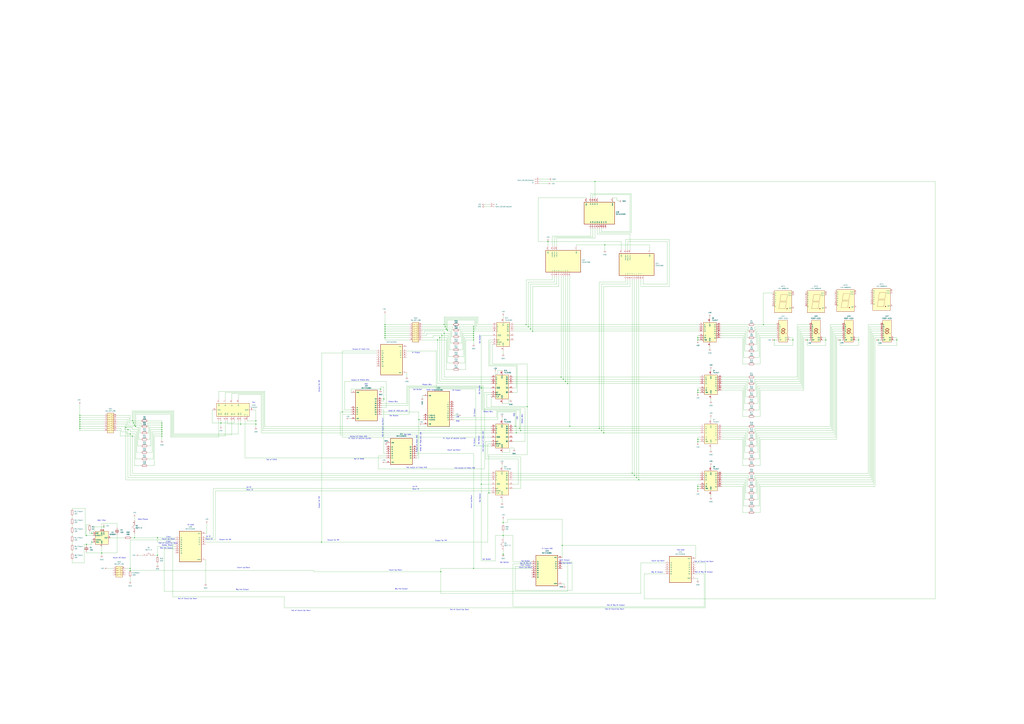
<source format=kicad_sch>
(kicad_sch (version 20250114) (generator "eeschema") (generator_version "9.0")
  (paper "A0")
  (text "Not Gate\n" (at 473.202 504.952 0) (effects (font (size 1.27 1.27))))
  (text "Big Or Output\n" (at 763.016 664.972 0) (effects (font (size 1.27 1.27))))
  (text "Count Up/Down" (at 764.032 651.764 0) (effects (font (size 1.27 1.27))))
  (text "NAND Gate\n" (at 500.126 453.136 0) (effects (font (size 1.27 1.27))))
  (text "LSB\n" (at 531.368 484.378 0) (effects (font (size 1.27 1.27))))
  (text "Output for MR\n\n" (at 371.602 583.692 90) (effects (font (size 1.27 1.27))))
  (text "Output of triple And\n" (at 419.1 405.892 0) (effects (font (size 1.27 1.27))))
  (text "Up Or" (at 241.808 623.316 0) (effects (font (size 1.27 1.27))))
  (text "Set Button\n" (at 585.724 653.542 0) (effects (font (size 1.27 1.27))))
  (text "Clock\n" (at 195.58 629.158 0) (effects (font (size 1.27 1.27))))
  (text "Not of Count/Up Down\n" (at 217.678 695.706 0) (effects (font (size 1.27 1.27))))
  (text "Or Output" (at 550.926 479.552 90) (effects (font (size 1.27 1.27))))
  (text "Mux\n" (at 294.64 467.614 0) (effects (font (size 1.27 1.27))))
  (text "Big And Output" (at 281.2234 685.038 0) (effects (font (size 1.27 1.27))))
  (text "Up Or" (at 481.838 565.404 0) (effects (font (size 1.27 1.27))))
  (text "Count Up/Down" (at 527.05 522.986 0) (effects (font (size 1.27 1.27))))
  (text "NAND OF MSB and LSB" (at 488.442 513.588 90) (effects (font (size 1.27 1.27))))
  (text "Not of Count/Up Down\n" (at 713.74 707.898 0) (effects (font (size 1.27 1.27))))
  (text "Count Up/DOwn" (at 610.362 659.384 0) (effects (font (size 1.27 1.27))))
  (text "Not of Count/Up Down\n" (at 349.504 709.422 0) (effects (font (size 1.27 1.27))))
  (text "Big And Output" (at 656.59 654.304 0) (effects (font (size 1.27 1.27))))
  (text "Output for MR\n\n" (at 512.064 629.158 0) (effects (font (size 1.27 1.27))))
  (text "Middle Bits" (at 606.298 486.918 90) (effects (font (size 1.27 1.27))))
  (text "Down Or\n" (at 242.824 626.364 0) (effects (font (size 1.27 1.27))))
  (text "MSB" (at 596.9 482.092 90) (effects (font (size 1.27 1.27))))
  (text "Not of Big Or Output\n" (at 715.01 703.326 0) (effects (font (size 1.27 1.27))))
  (text "Set Button\n" (at 610.362 652.018 0) (effects (font (size 1.27 1.27))))
  (text "Count Up/Down" (at 547.37 582.93 90) (effects (font (size 1.27 1.27))))
  (text "Not of NAND\n" (at 315.468 534.162 0) (effects (font (size 1.27 1.27))))
  (text "Not of Count Up/Down" (at 444.246 496.824 90) (effects (font (size 1.27 1.27))))
  (text "Count Up/Down" (at 195.58 626.364 0) (effects (font (size 1.27 1.27))))
  (text "Start/Pause\n" (at 165.862 603.504 0) (effects (font (size 1.27 1.27))))
  (text "Output for MR\n\n" (at 261.62 628.142 0) (effects (font (size 1.27 1.27))))
  (text "Middle Bits" (at 566.674 478.536 0) (effects (font (size 1.27 1.27))))
  (text "Not Of Big Or\n" (at 610.362 654.558 0) (effects (font (size 1.27 1.27))))
  (text "Output of triple AND" (at 416.306 507.238 0) (effects (font (size 1.27 1.27))))
  (text "Middle Bits" (at 495.808 447.04 0) (effects (font (size 1.27 1.27))))
  (text "555 Timer\n" (at 118.11 604.774 0) (effects (font (size 1.27 1.27))))
  (text "Down Or\n" (at 290.068 569.214 0) (effects (font (size 1.27 1.27))))
  (text "Output of Middle Bits" (at 418.338 441.706 0) (effects (font (size 1.27 1.27))))
  (text "Set Button\n" (at 556.733 453.1014 90) (effects (font (size 1.27 1.27))))
  (text "Set Button" (at 557.022 394.208 90) (effects (font (size 1.27 1.27))))
  (text "Output for MR\n\n" (at 371.602 448.564 90) (effects (font (size 1.27 1.27))))
  (text "Not of Big Or Output\n" (at 817.118 664.718 0) (effects (font (size 1.27 1.27))))
  (text "Count Up/Down" (at 459.232 662.432 0) (effects (font (size 1.27 1.27))))
  (text "Not output of triple AND" (at 539.75 543.814 0) (effects (font (size 1.27 1.27))))
  (text "Or Output" (at 530.098 453.644 0) (effects (font (size 1.27 1.27))))
  (text "Or Output" (at 483.108 409.702 0) (effects (font (size 1.27 1.27))))
  (text "Not of Count/Up Down\n" (at 817.372 652.526 0) (effects (font (size 1.27 1.27))))
  (text "2-Input AND" (at 635.508 637.54 0) (effects (font (size 1.27 1.27))))
  (text "Set Button\n" (at 457.454 483.108 0) (effects (font (size 1.27 1.27))))
  (text "Output of triple AND" (at 483.87 515.62 90) (effects (font (size 1.27 1.27))))
  (text "Not output of triple AND" (at 560.832 513.08 90) (effects (font (size 1.27 1.27))))
  (text "LSB\n" (at 600.456 485.902 90) (effects (font (size 1.27 1.27))))
  (text "Output for MR\n\n" (at 387.096 628.65 0) (effects (font (size 1.27 1.27))))
  (text "PL input of second counter\n" (at 417.83 509.524 0) (effects (font (size 1.27 1.27))))
  (text "Or Output" (at 550.672 514.096 90) (effects (font (size 1.27 1.27))))
  (text "Not of NAND\n" (at 416.814 533.4 0) (effects (font (size 1.27 1.27))))
  (text "Set Button\n" (at 557.276 578.612 90) (effects (font (size 1.27 1.27))))
  (text "Their Output" (at 610.108 656.844 0) (effects (font (size 1.27 1.27))))
  (text "Big And Output" (at 193.294 636.778 0) (effects (font (size 1.27 1.27))))
  (text "AND\n" (at 425.196 446.278 0) (effects (font (size 1.27 1.27))))
  (text "Set Button" (at 565.15 649.986 0) (effects (font (size 1.27 1.27))))
  (text "Down Or\n" (at 482.854 568.452 0) (effects (font (size 1.27 1.27))))
  (text "Set Button\n" (at 556.0218 511.302 90) (effects (font (size 1.27 1.27))))
  (text "Middle Bits" (at 456.438 466.852 0) (effects (font (size 1.27 1.27))))
  (text "Not of Count/Up Down\n" (at 195.326 631.19 0) (effects (font (size 1.27 1.27))))
  (text "Up Or" (at 289.052 566.166 0) (effects (font (size 1.27 1.27))))
  (text "Big And Output" (at 465.836 684.276 0) (effects (font (size 1.27 1.27))))
  (text "Not output of triple AND" (at 483.87 543.306 0) (effects (font (size 1.27 1.27))))
  (text "Global Reset\n" (at 194.056 633.476 0) (effects (font (size 1.27 1.27))))
  (text "MSB" (at 531.368 489.458 0) (effects (font (size 1.27 1.27))))
  (text "Their Output" (at 655.32 651.002 0) (effects (font (size 1.27 1.27))))
  (text "Set Button\n" (at 484.886 452.628 0) (effects (font (size 1.27 1.27))))
  (text "NAND OF MSB and LSB" (at 462.026 477.52 0) (effects (font (size 1.27 1.27))))
  (text "Clock\n" (at 195.58 623.824 0) (effects (font (size 1.27 1.27))))
  (text "Count UP/Down\n" (at 138.684 648.208 0) (effects (font (size 1.27 1.27))))
  (text "Not of Count/Up Down\n" (at 533.654 708.406 0) (effects (font (size 1.27 1.27))))
  (text "Or Gate" (at 221.488 609.854 0) (effects (font (size 1.27 1.27))))
  (text "Not Gate\n" (at 790.448 639.064 0) (effects (font (size 1.27 1.27))))
  (text "PL input of second counter\n" (at 527.812 509.524 0) (effects (font (size 1.27 1.27))))
  (text "Count Up/Down" (at 282.956 659.638 0) (effects (font (size 1.27 1.27))))
  (junction (at 182.88 624.84))
  (junction (at 558.8 562.61))
  (junction (at 702.31 284.48))
  (junction (at 615.95 382.27))
  (junction (at 441.96 452.12))
  (junction (at 584.2 643.89))
  (junction (at 447.04 387.35))
  (junction (at 603.25 497.84))
  (junction (at 519.43 383.54))
  (junction (at 118.11 642.62))
  (junction (at 810.26 565.15))
  (junction (at 447.04 389.89))
  (junction (at 511.81 664.21))
  (junction (at 445.77 463.55))
  (junction (at 92.71 495.3))
  (junction (at 739.14 554.99))
  (junction (at 297.18 488.95))
  (junction (at 187.96 491.49))
  (junction (at 182.88 645.16))
  (junction (at 154.94 491.49))
  (junction (at 613.41 379.73))
  (junction (at 584.2 607.06))
  (junction (at 810.26 513.08))
  (junction (at 937.26 394.97))
  (junction (at 92.71 497.84))
  (junction (at 148.59 499.11))
  (junction (at 584.2 622.3))
  (junction (at 153.67 506.73))
  (junction (at 920.75 394.97))
  (junction (at 156.21 494.03))
  (junction (at 734.06 549.91))
  (junction (at 397.51 478.79))
  (junction (at 513.08 389.89))
  (junction (at 958.85 394.97))
  (junction (at 549.91 379.73))
  (junction (at 146.05 496.57))
  (junction (at 604.52 500.38))
  (junction (at 695.96 497.84))
  (junction (at 886.46 377.19))
  (junction (at 508 394.97))
  (junction (at 549.91 392.43))
  (junction (at 447.04 379.73))
  (junction (at 373.38 629.92))
  (junction (at 92.71 485.14))
  (junction (at 106.68 629.92))
  (junction (at 899.16 394.97))
  (junction (at 1041.4 394.97))
  (junction (at 187.96 506.73))
  (junction (at 567.69 572.77))
  (junction (at 652.78 633.73))
  (junction (at 810.26 567.69))
  (junction (at 92.71 482.6))
  (junction (at 810.26 510.54))
  (junction (at 447.04 384.81))
  (junction (at 518.16 382.27))
  (junction (at 549.91 660.4))
  (junction (at 549.91 382.27))
  (junction (at 447.04 377.19))
  (junction (at 661.67 495.3))
  (junction (at 810.26 455.93))
  (junction (at 447.04 382.27))
  (junction (at 106.68 619.76))
  (junction (at 447.04 392.43))
  (junction (at 187.96 494.03))
  (junction (at 975.36 394.97))
  (junction (at 636.27 280.67))
  (junction (at 810.26 392.43))
  (junction (at 598.17 495.3))
  (junction (at 651.51 438.15))
  (junction (at 187.96 496.57))
  (junction (at 486.41 487.68))
  (junction (at 599.44 502.92))
  (junction (at 151.13 660.4))
  (junction (at 92.71 492.76))
  (junction (at 549.91 389.89))
  (junction (at 549.91 387.35))
  (junction (at 654.05 440.69))
  (junction (at 157.48 495.3))
  (junction (at 256.54 491.49))
  (junction (at 279.4 492.76))
  (junction (at 187.96 499.11))
  (junction (at 515.62 377.19))
  (junction (at 100.33 632.46))
  (junction (at 618.49 384.81))
  (junction (at 558.8 450.85))
  (junction (at 187.96 501.65))
  (junction (at 153.67 488.95))
  (junction (at 698.5 500.38))
  (junction (at 516.89 379.73))
  (junction (at 120.65 612.14))
  (junction (at 92.71 490.22))
  (junction (at 736.6 552.45))
  (junction (at 656.59 443.23))
  (junction (at 515.62 387.35))
  (junction (at 151.13 662.94))
  (junction (at 297.18 492.76))
  (junction (at 659.13 445.77))
  (junction (at 510.54 392.43))
  (junction (at 741.68 557.53))
  (junction (at 100.33 622.3))
  (junction (at 996.95 394.97))
  (junction (at 690.88 210.82))
  (junction (at 612.14 472.44))
  (junction (at 1019.81 394.97))
  (junction (at 151.13 504.19))
  (junction (at 810.26 453.39))
  (junction (at 156.21 624.84))
  (junction (at 549.91 384.81))
  (junction (at 610.87 377.19))
  (junction (at 549.91 394.97))
  (junction (at 810.26 394.97))
  (junction (at 187.96 504.19))
  (junction (at 92.71 487.68))
  (junction (at 701.04 502.92))
  (wire (pts (xy 447.04 382.27) (xy 447.04 379.73)))
  (wire (pts (xy 443.23 463.55) (xy 445.77 463.55)))
  (wire (pts (xy 491.49 487.68) (xy 486.41 487.68)))
  (wire (pts (xy 495.3 387.35) (xy 513.08 387.35)))
  (wire (pts (xy 264.16 488.95) (xy 264.16 492.76)))
  (wire (pts (xy 819.15 654.05) (xy 819.15 706.12)))
  (wire (pts (xy 269.24 457.035) (xy 304.8 457.035)))
  (wire (pts (xy 867.41 500.38) (xy 867.41 510.54)))
  (wire (pts (xy 1041.4 392.43) (xy 1041.4 394.97)))
  (wire (pts (xy 151.13 482.6) (xy 135.89 482.6)))
  (wire (pts (xy 562.61 455.93) (xy 570.23 455.93)))
  (wire (pts (xy 519.43 383.54) (xy 519.43 384.81)))
  (wire (pts (xy 595.63 557.53) (xy 741.68 557.53)))
  (wire (pts (xy 187.96 494.03) (xy 187.96 496.57)))
  (wire (pts (xy 534.67 382.27) (xy 534.67 391.16)))
  (wire (pts (xy 524.51 391.16) (xy 525.78 391.16)))
  (wire (pts (xy 604.52 474.98) (xy 604.52 500.38)))
  (wire (pts (xy 721.36 280.67) (xy 636.27 280.67)))
  (wire (pts (xy 937.26 394.97) (xy 939.8 394.97)))
  (wire (pts (xy 182.88 624.84) (xy 156.21 624.84)))
  (wire (pts (xy 561.34 474.98) (xy 604.52 474.98)))
  (wire (pts (xy 448.31 473.71) (xy 443.23 473.71)))
  (wire (pts (xy 490.22 382.27) (xy 518.16 382.27)))
  (wire (pts (xy 269.24 463.55) (xy 269.24 457.035)))
  (wire (pts (xy 862.33 483.87) (xy 868.68 483.87)))
  (wire (pts (xy 447.04 389.89) (xy 474.98 389.89)))
  (wire (pts (xy 1009.65 379.73) (xy 1022.35 379.73)))
  (wire (pts (xy 596.9 377.19) (xy 610.87 377.19)))
  (wire (pts (xy 811.53 389.89) (xy 810.26 389.89)))
  (wire (pts (xy 807.72 671.83) (xy 810.26 671.83)))
  (wire (pts (xy 140.97 501.65) (xy 140.97 497.84)))
  (wire (pts (xy 502.92 389.89) (xy 502.92 392.43)))
  (wire (pts (xy 571.5 379.73) (xy 553.72 379.73)))
  (wire (pts (xy 284.48 488.95) (xy 284.48 532.13)))
  (wire (pts (xy 698.5 500.38) (xy 812.8 500.38)))
  (wire (pts (xy 490.22 379.73) (xy 516.89 379.73)))
  (wire (pts (xy 652.78 678.18) (xy 655.32 678.18)))
  (wire (pts (xy 617.22 657.86) (xy 598.17 657.86)))
  (wire (pts (xy 99.06 590.55) (xy 99.06 622.3)))
  (wire (pts (xy 176.53 501.65) (xy 187.96 501.65)))
  (wire (pts (xy 83.82 619.76) (xy 83.82 622.3)))
  (wire (pts (xy 878.84 502.92) (xy 967.74 502.92)))
  (wire (pts (xy 443.23 481.33) (xy 474.98 481.33)))
  (wire (pts (xy 701.04 502.92) (xy 812.8 502.92)))
  (wire (pts (xy 261.62 463.55) (xy 261.62 455.93)))
  (wire (pts (xy 276.86 488.95) (xy 276.86 504.19)))
  (wire (pts (xy 878.84 461.01) (xy 876.3 461.01)))
  (wire (pts (xy 173.99 496.57) (xy 187.96 496.57)))
  (wire (pts (xy 582.93 539.75) (xy 582.93 542.29)))
  (wire (pts (xy 603.25 497.84) (xy 695.96 497.84)))
  (wire (pts (xy 443.23 478.79) (xy 486.41 478.79)))
  (wire (pts (xy 927.1 379.73) (xy 927.1 440.69)))
  (wire (pts (xy 582.93 525.78) (xy 591.82 525.78)))
  (wire (pts (xy 838.2 440.69) (xy 868.68 440.69)))
  (wire (pts (xy 584.2 643.89) (xy 584.2 646.43)))
  (wire (pts (xy 118.11 642.62) (xy 100.33 642.62)))
  (wire (pts (xy 688.34 265.43) (xy 688.34 275.59)))
  (wire (pts (xy 824.23 402.59) (xy 824.23 405.13)))
  (wire (pts (xy 156.21 506.73) (xy 156.21 541.02)))
  (wire (pts (xy 552.45 370.84) (xy 518.16 370.84)))
  (wire (pts (xy 474.98 450.85) (xy 558.8 450.85)))
  (wire (pts (xy 711.2 229.87) (xy 716.28 229.87)))
  (wire (pts (xy 726.44 278.13) (xy 777.24 278.13)))
  (wire (pts (xy 838.2 554.99) (xy 867.41 554.99)))
  (wire (pts (xy 83.82 609.6) (xy 83.82 612.14)))
  (wire (pts (xy 175.26 518.16) (xy 171.45 518.16)))
  (wire (pts (xy 445.77 527.05) (xy 445.77 476.25)))
  (wire (pts (xy 656.59 321.31) (xy 656.59 443.23)))
  (wire (pts (xy 472.44 448.31) (xy 561.34 448.31)))
  (wire (pts (xy 656.59 443.23) (xy 812.8 443.23)))
  (wire (pts (xy 473.71 471.17) (xy 473.71 449.58)))
  (wire (pts (xy 271.78 488.95) (xy 271.78 491.49)))
  (wire (pts (xy 148.59 494.03) (xy 148.59 487.68)))
  (wire (pts (xy 971.55 510.54) (xy 882.65 510.54)))
  (wire (pts (xy 881.38 389.89) (xy 881.38 415.29)))
  (wire (pts (xy 864.87 525.78) (xy 868.68 525.78)))
  (wire (pts (xy 810.26 562.61) (xy 810.26 565.15)))
  (wire (pts (xy 176.53 525.78) (xy 171.45 525.78)))
  (wire (pts (xy 276.86 458.47) (xy 303.53 458.47)))
  (wire (pts (xy 256.54 491.49) (xy 256.54 495.3)))
  (wire (pts (xy 549.91 379.73) (xy 549.91 382.27)))
  (wire (pts (xy 881.38 588.01) (xy 876.3 588.01)))
  (wire (pts (xy 741.68 325.12) (xy 741.68 557.53)))
  (wire (pts (xy 525.78 379.73) (xy 525.78 383.54)))
  (wire (pts (xy 928.37 382.27) (xy 928.37 443.23)))
  (wire (pts (xy 518.16 382.27) (xy 524.51 382.27)))
  (wire (pts (xy 448.31 529.59) (xy 439.42 529.59)))
  (wire (pts (xy 146.05 496.57) (xy 146.05 557.53)))
  (wire (pts (xy 297.18 488.95) (xy 297.18 492.76)))
  (wire (pts (xy 881.38 450.85) (xy 881.38 476.25)))
  (wire (pts (xy 100.33 632.46) (xy 106.68 632.46)))
  (wire (pts (xy 100.33 622.3) (xy 107.95 622.3)))
  (wire (pts (xy 139.7 506.73) (xy 153.67 506.73)))
  (wire (pts (xy 533.4 377.19) (xy 549.91 377.19)))
  (wire (pts (xy 519.43 384.81) (xy 523.24 384.81)))
  (wire (pts (xy 187.96 501.65) (xy 187.96 504.19)))
  (wire (pts (xy 652.78 652.78) (xy 664.21 652.78)))
  (wire (pts (xy 307.34 495.3) (xy 570.23 495.3)))
  (wire (pts (xy 637.54 208.28) (xy 626.11 208.28)))
  (wire (pts (xy 162.56 502.92) (xy 163.83 502.92)))
  (wire (pts (xy 654.05 321.31) (xy 654.05 440.69)))
  (wire (pts (xy 595.63 438.15) (xy 651.51 438.15)))
  (wire (pts (xy 933.45 453.39) (xy 882.65 453.39)))
  (wire (pts (xy 182.88 654.05) (xy 182.88 656.59)))
  (wire (pts (xy 570.23 461.01) (xy 570.23 472.44)))
  (wire (pts (xy 513.08 440.69) (xy 570.23 440.69)))
  (wire (pts (xy 297.18 492.76) (xy 297.18 496.57)))
  (wire (pts (xy 825.5 485.14) (xy 825.5 487.68)))
  (wire (pts (xy 151.13 488.95) (xy 153.67 488.95)))
  (wire (pts (xy 877.57 392.43) (xy 876.3 392.43)))
  (wire (pts (xy 83.82 654.05) (xy 97.79 654.05)))
  (wire (pts (xy 92.71 487.68) (xy 120.65 487.68)))
  (wire (pts (xy 549.91 384.81) (xy 549.91 387.35)))
  (wire (pts (xy 717.55 232.41) (xy 716.28 232.41)))
  (wire (pts (xy 867.41 392.43) (xy 868.68 392.43)))
  (wire (pts (xy 604.52 567.69) (xy 604.52 530.86)))
  (wire (pts (xy 880.11 407.67) (xy 876.3 407.67)))
  (wire (pts (xy 1022.35 392.43) (xy 1016 392.43)))
  (wire (pts (xy 158.75 501.65) (xy 158.75 525.78)))
  (wire (pts (xy 862.33 422.91) (xy 868.68 422.91)))
  (wire (pts (xy 151.13 499.11) (xy 151.13 501.65)))
  (wire (pts (xy 618.49 384.81) (xy 811.53 384.81)))
  (wire (pts (xy 534.67 391.16) (xy 533.4 391.16)))
  (wire (pts (xy 521.97 406.4) (xy 525.78 406.4)))
  (wire (pts (xy 582.93 468.63) (xy 590.55 468.63)))
  (wire (pts (xy 199.39 506.73) (xy 199.39 480.06)))
  (wire (pts (xy 970.28 508) (xy 970.28 389.89)))
  (wire (pts (xy 599.44 450.85) (xy 595.63 450.85)))
  (wire (pts (xy 807.72 654.05) (xy 819.15 654.05)))
  (wire (pts (xy 201.93 504.19) (xy 201.93 477.52)))
  (wire (pts (xy 256.54 488.95) (xy 256.54 491.49)))
  (wire (pts (xy 397.51 508) (xy 570.23 508)))
  (wire (pts (xy 199.39 506.73) (xy 261.62 506.73)))
  (wire (pts (xy 147.32 495.3) (xy 147.32 490.22)))
  (wire (pts (xy 538.48 389.89) (xy 549.91 389.89)))
  (wire (pts (xy 864.87 580.39) (xy 868.68 580.39)))
  (wire (pts (xy 373.38 629.92) (xy 566.42 629.92)))
  (wire (pts (xy 238.76 650.24) (xy 238.76 678.18)))
  (wire (pts (xy 83.82 640.08) (xy 83.82 642.62)))
  (wire (pts (xy 595.63 513.08) (xy 609.6 513.08)))
  (wire (pts (xy 930.91 387.35) (xy 930.91 448.31)))
  (wire (pts (xy 685.8 229.87) (xy 685.8 224.79)))
  (wire (pts (xy 599.44 477.52) (xy 599.44 502.92)))
  (wire (pts (xy 566.42 572.77) (xy 567.69 572.77)))
  (wire (pts (xy 882.65 510.54) (xy 882.65 541.02)))
  (wire (pts (xy 571.5 394.97) (xy 567.69 394.97)))
  (wire (pts (xy 731.52 332.74) (xy 731.52 325.12)))
  (wire (pts (xy 203.2 637.54) (xy 190.5 637.54)))
  (wire (pts (xy 812.8 562.61) (xy 810.26 562.61)))
  (wire (pts (xy 601.98 533.4) (xy 601.98 562.61)))
  (wire (pts (xy 135.89 621.03) (xy 135.89 642.62)))
  (wire (pts (xy 701.04 332.74) (xy 701.04 502.92)))
  (wire (pts (xy 825.5 520.7) (xy 825.5 523.24)))
  (wire (pts (xy 864.87 505.46) (xy 864.87 525.78)))
  (wire (pts (xy 157.48 481.33) (xy 157.48 495.3)))
  (wire (pts (xy 652.78 647.7) (xy 652.78 633.73)))
  (wire (pts (xy 812.8 513.08) (xy 810.26 513.08)))
  (wire (pts (xy 610.87 325.12) (xy 641.35 325.12)))
  (wire (pts (xy 153.67 499.11) (xy 160.02 499.11)))
  (wire (pts (xy 955.04 394.97) (xy 958.85 394.97)))
  (wire (pts (xy 492.76 384.81) (xy 515.62 384.81)))
  (wire (pts (xy 1010.92 382.27) (xy 1010.92 554.99)))
  (wire (pts (xy 511.81 664.21) (xy 511.81 689.61)))
  (wire (pts (xy 899.16 401.32) (xy 899.16 394.97)))
  (wire (pts (xy 92.71 495.3) (xy 120.65 495.3)))
  (wire (pts (xy 576.58 485.14) (xy 576.58 477.52)))
  (wire (pts (xy 811.53 394.97) (xy 810.26 394.97)))
  (wire (pts (xy 527.05 482.6) (xy 532.13 482.6)))
  (wire (pts (xy 153.67 477.52) (xy 153.67 488.95)))
  (wire (pts (xy 533.4 379.73) (xy 533.4 383.54)))
  (wire (pts (xy 877.57 453.39) (xy 876.3 453.39)))
  (wire (pts (xy 867.41 382.27) (xy 867.41 392.43)))
  (wire (pts (xy 899.16 394.97) (xy 901.7 394.97)))
  (wire (pts (xy 394.97 505.46) (xy 394.97 478.79)))
  (wire (pts (xy 154.94 478.79) (xy 154.94 491.49)))
  (wire (pts (xy 933.45 392.43) (xy 933.45 453.39)))
  (wire (pts (xy 810.26 565.15) (xy 812.8 565.15)))
  (wire (pts (xy 447.04 377.19) (xy 447.04 364.49)))
  (wire (pts (xy 1012.19 384.81) (xy 1022.35 384.81)))
  (wire (pts (xy 506.73 452.12) (xy 552.45 452.12)))
  (wire (pts (xy 303.53 502.92) (xy 570.23 502.92)))
  (wire (pts (xy 107.95 627.38) (xy 106.68 627.38)))
  (wire (pts (xy 774.7 330.2) (xy 746.76 330.2)))
  (wire (pts (xy 812.8 450.85) (xy 810.26 450.85)))
  (wire (pts (xy 567.69 425.45) (xy 599.44 425.45)))
  (wire (pts (xy 148.59 499.11) (xy 148.59 554.99)))
  (wire (pts (xy 615.95 330.2) (xy 615.95 382.27)))
  (wire (pts (xy 100.33 609.6) (xy 100.33 622.3)))
  (wire (pts (xy 876.3 497.84) (xy 876.3 502.92)))
  (wire (pts (xy 128.27 624.84) (xy 144.78 624.84)))
  (wire (pts (xy 864.87 560.07) (xy 864.87 580.39)))
  (wire (pts (xy 734.06 325.12) (xy 734.06 549.91)))
  (wire (pts (xy 146.05 492.76) (xy 135.89 492.76)))
  (wire (pts (xy 810.26 455.93) (xy 810.26 457.2)))
  (wire (pts (xy 838.2 508) (xy 863.6 508)))
  (wire (pts (xy 146.05 496.57) (xy 146.05 492.76)))
  (wire (pts (xy 1016 565.15) (xy 882.65 565.15)))
  (wire (pts (xy 577.85 434.34) (xy 575.31 434.34)))
  (wire (pts (xy 254 454.66) (xy 307.34 454.66)))
  (wire (pts (xy 595.63 500.38) (xy 604.52 500.38)))
  (wire (pts (xy 92.71 487.68) (xy 92.71 485.14)))
  (wire (pts (xy 901.7 384.81) (xy 878.84 384.81)))
  (wire (pts (xy 106.68 627.38) (xy 106.68 629.92)))
  (wire (pts (xy 595.63 495.3) (xy 598.17 495.3)))
  (wire (pts (xy 1010.92 554.99) (xy 877.57 554.99)))
  (wire (pts (xy 240.03 608.33) (xy 240.03 619.76)))
  (wire (pts (xy 1009.65 552.45) (xy 1009.65 379.73)))
  (wire (pts (xy 1013.46 387.35) (xy 1013.46 560.07)))
  (wire (pts (xy 877.57 382.27) (xy 877.57 392.43)))
  (wire (pts (xy 882.65 483.87) (xy 876.3 483.87)))
  (wire (pts (xy 515.62 387.35) (xy 521.97 387.35)))
  (wire (pts (xy 568.96 397.51) (xy 568.96 424.18)))
  (wire (pts (xy 118.11 608.33) (xy 135.89 608.33)))
  (wire (pts (xy 304.8 457.035) (xy 304.8 500.38)))
  (wire (pts (xy 187.96 499.11) (xy 187.96 501.65)))
  (wire (pts (xy 661.67 321.31) (xy 661.67 495.3)))
  (wire (pts (xy 180.34 645.16) (xy 182.88 645.16)))
  (wire (pts (xy 563.88 513.08) (xy 563.88 533.4)))
  (wire (pts (xy 838.2 497.84) (xy 868.68 497.84)))
  (wire (pts (xy 516.89 379.73) (xy 525.78 379.73)))
  (wire (pts (xy 203.2 627.38) (xy 151.13 627.38)))
  (wire (pts (xy 566.42 629.92) (xy 566.42 572.77)))
  (wire (pts (xy 539.75 421.64) (xy 533.4 421.64)))
  (wire (pts (xy 201.93 504.19) (xy 276.86 504.19)))
  (wire (pts (xy 838.2 505.46) (xy 864.87 505.46)))
  (wire (pts (xy 864.87 468.63) (xy 868.68 468.63)))
  (wire (pts (xy 880.11 468.63) (xy 876.3 468.63)))
  (wire (pts (xy 447.04 377.19) (xy 474.98 377.19)))
  (wire (pts (xy 549.91 392.43) (xy 549.91 394.97)))
  (wire (pts (xy 201.93 477.52) (xy 153.67 477.52)))
  (wire (pts (xy 728.98 330.2) (xy 728.98 325.12)))
  (wire (pts (xy 867.41 565.15) (xy 868.68 565.15)))
  (wire (pts (xy 596.9 520.7) (xy 596.9 521.97)))
  (wire (pts (xy 565.15 473.71) (xy 565.15 458.47)))
  (wire (pts (xy 250.19 627.38) (xy 250.19 570.23)))
  (wire (pts (xy 558.8 450.85) (xy 558.8 562.61)))
  (wire (pts (xy 862.33 453.39) (xy 862.33 483.87)))
  (wire (pts (xy 965.2 497.84) (xy 876.3 497.84)))
  (wire (pts (xy 179.07 541.02) (xy 179.07 506.73)))
  (wire (pts (xy 812.8 567.69) (xy 810.26 567.69)))
  (wire (pts (xy 558.8 389.89) (xy 558.8 450.85)))
  (wire (pts (xy 881.38 533.4) (xy 876.3 533.4)))
  (wire (pts (xy 177.8 533.4) (xy 171.45 533.4)))
  (wire (pts (xy 610.87 377.19) (xy 811.53 377.19)))
  (wire (pts (xy 553.72 379.73) (xy 553.72 369.57)))
  (wire (pts (xy 472.44 407.67) (xy 506.73 407.67)))
  (wire (pts (xy 975.36 394.97) (xy 977.9 394.97)))
  (wire (pts (xy 571.5 384.81) (xy 551.18 384.81)))
  (wire (pts (xy 864.87 407.67) (xy 868.68 407.67)))
  (wire (pts (xy 836.93 384.81) (xy 866.14 384.81)))
  (wire (pts (xy 153.67 496.57) (xy 146.05 496.57)))
  (wire (pts (xy 600.71 424.18) (xy 600.71 455.93)))
  (wire (pts (xy 490.22 383.54) (xy 490.22 384.81)))
  (wire (pts (xy 151.13 670.56) (xy 151.13 675.64)))
  (wire (pts (xy 591.82 520.7) (xy 596.9 520.7)))
  (wire (pts (xy 570.23 567.69) (xy 247.65 567.69)))
  (wire (pts (xy 810.26 508) (xy 810.26 510.54)))
  (wire (pts (xy 958.85 401.32) (xy 937.26 401.32)))
  (wire (pts (xy 582.93 430.53) (xy 577.85 430.53)))
  (wire (pts (xy 652.78 655.32) (xy 659.13 655.32)))
  (wire (pts (xy 306.07 497.84) (xy 570.23 497.84)))
  (wire (pts (xy 876.3 495.3) (xy 963.93 495.3)))
  (wire (pts (xy 156.21 619.76) (xy 156.21 624.84)))
  (wire (pts (xy 443.23 466.09) (xy 445.77 466.09)))
  (wire (pts (xy 920.75 392.43) (xy 920.75 394.97)))
  (wire (pts (xy 560.07 476.25) (xy 603.25 476.25)))
  (wire (pts (xy 172.72 502.92) (xy 171.45 502.92)))
  (wire (pts (xy 963.93 495.3) (xy 963.93 377.19)))
  (wire (pts (xy 655.32 678.18) (xy 655.32 680.72)))
  (wire (pts (xy 595.63 497.84) (xy 603.25 497.84)))
  (wire (pts (xy 515.62 368.3) (xy 515.62 377.19)))
  (wire (pts (xy 156.21 600.71) (xy 156.21 604.52)))
  (wire (pts (xy 993.14 392.43) (xy 996.95 392.43)))
  (wire (pts (xy 878.84 557.53) (xy 878.84 572.77)))
  (wire (pts (xy 182.88 629.92) (xy 182.88 624.84)))
  (wire (pts (xy 838.2 450.85) (xy 863.6 450.85)))
  (wire (pts (xy 836.93 389.89) (xy 863.6 389.89)))
  (wire (pts (xy 589.28 603.25) (xy 589.28 607.06)))
  (wire (pts (xy 881.38 508) (xy 881.38 533.4)))
  (wire (pts (xy 568.96 424.18) (xy 600.71 424.18)))
  (wire (pts (xy 571.5 377.19) (xy 554.99 377.19)))
  (wire (pts (xy 624.84 229.87) (xy 624.84 280.67)))
  (wire (pts (xy 520.7 414.02) (xy 525.78 414.02)))
  (wire (pts (xy 92.71 500.38) (xy 92.71 497.84)))
  (wire (pts (xy 932.18 450.85) (xy 881.38 450.85)))
  (wire (pts (xy 407.67 476.25) (xy 400.05 476.25)))
  (wire (pts (xy 447.04 382.27) (xy 474.98 382.27)))
  (wire (pts (xy 571.5 382.27) (xy 552.45 382.27)))
  (wire (pts (xy 294.64 476.25) (xy 297.18 476.25)))
  (wire (pts (xy 966.47 500.38) (xy 877.57 500.38)))
  (wire (pts (xy 862.33 392.43) (xy 862.33 422.91)))
  (wire (pts (xy 284.48 532.13) (xy 448.31 532.13)))
  (wire (pts (xy 92.71 500.38) (xy 120.65 500.38)))
  (wire (pts (xy 866.14 461.01) (xy 868.68 461.01)))
  (wire (pts (xy 106.68 629.92) (xy 107.95 629.92)))
  (wire (pts (xy 596.9 384.81) (xy 618.49 384.81)))
  (wire (pts (xy 151.13 504.19) (xy 151.13 552.45)))
  (wire (pts (xy 939.8 387.35) (xy 930.91 387.35)))
  (wire (pts (xy 661.67 495.3) (xy 812.8 495.3)))
  (wire (pts (xy 565.15 458.47) (xy 570.23 458.47)))
  (wire (pts (xy 570.23 513.08) (xy 563.88 513.08)))
  (wire (pts (xy 261.62 488.95) (xy 261.62 506.73)))
  (wire (pts (xy 256.54 491.49) (xy 271.78 491.49)))
  (wire (pts (xy 651.51 438.15) (xy 812.8 438.15)))
  (wire (pts (xy 728.98 289.56) (xy 728.98 280.67)))
  (wire (pts (xy 878.84 557.53) (xy 1012.19 557.53)))
  (wire (pts (xy 172.72 494.03) (xy 172.72 502.92)))
  (wire (pts (xy 925.83 438.15) (xy 925.83 377.19)))
  (wire (pts (xy 407.67 452.12) (xy 441.96 452.12)))
  (wire (pts (xy 1013.46 560.07) (xy 880.11 560.07)))
  (wire (pts (xy 397.51 407.67) (xy 436.88 407.67)))
  (wire (pts (xy 162.56 494.03) (xy 162.56 502.92)))
  (wire (pts (xy 549.91 389.89) (xy 549.91 392.43)))
  (wire (pts (xy 535.94 398.78) (xy 533.4 398.78)))
  (wire (pts (xy 916.94 392.43) (xy 920.75 392.43)))
  (wire (pts (xy 157.48 504.19) (xy 157.48 533.4)))
  (wire (pts (xy 549.91 377.19) (xy 549.91 379.73)))
  (wire (pts (xy 279.4 492.76) (xy 297.18 492.76)))
  (wire (pts (xy 147.32 501.65) (xy 147.32 504.19)))
  (wire (pts (xy 151.13 501.65) (xy 158.75 501.65)))
  (wire (pts (xy 866.14 518.16) (xy 868.68 518.16)))
  (wire (pts (xy 599.44 425.45) (xy 599.44 450.85)))
  (wire (pts (xy 882.65 541.02) (xy 876.3 541.02)))
  (wire (pts (xy 519.43 392.43) (xy 519.43 421.64)))
  (wire (pts (xy 877.57 510.54) (xy 876.3 510.54)))
  (wire (pts (xy 939.8 389.89) (xy 932.18 389.89)))
  (wire (pts (xy 140.97 497.84) (xy 135.89 497.84)))
  (wire (pts (xy 876.3 552.45) (xy 1009.65 552.45)))
  (wire (pts (xy 882.65 392.43) (xy 882.65 422.91)))
  (wire (pts (xy 993.14 394.97) (xy 996.95 394.97)))
  (wire (pts (xy 882.65 453.39) (xy 882.65 483.87)))
  (wire (pts (xy 187.96 491.49) (xy 187.96 494.03)))
  (wire (pts (xy 977.9 379.73) (xy 965.2 379.73)))
  (wire (pts (xy 882.65 422.91) (xy 876.3 422.91)))
  (wire (pts (xy 553.72 369.57) (xy 516.89 369.57)))
  (wire (pts (xy 146.05 660.4) (xy 151.13 660.4)))
  (wire (pts (xy 693.42 271.78) (xy 731.52 271.78)))
  (wire (pts (xy 549.91 527.05) (xy 549.91 660.4)))
  (wire (pts (xy 447.04 387.35) (xy 447.04 384.81)))
  (wire (pts (xy 508 394.97) (xy 508 445.77)))
  (wire (pts (xy 124.46 660.4) (xy 130.81 660.4)))
  (wire (pts (xy 868.68 552.45) (xy 868.68 557.53)))
  (wire (pts (xy 151.13 488.95) (xy 151.13 482.6)))
  (wire (pts (xy 746.76 330.2) (xy 746.76 325.12)))
  (wire (pts (xy 539.75 392.43) (xy 549.91 392.43)))
  (wire (pts (xy 930.91 448.31) (xy 880.11 448.31)))
  (wire (pts (xy 104.14 609.6) (xy 100.33 609.6)))
  (wire (pts (xy 187.96 488.95) (xy 187.96 491.49)))
  (wire (pts (xy 83.82 591.82) (xy 83.82 590.55)))
  (wire (pts (xy 1085.85 695.96) (xy 748.03 695.96)))
  (wire (pts (xy 863.6 588.01) (xy 868.68 588.01)))
  (wire (pts (xy 876.3 379.73) (xy 876.3 384.81)))
  (wire (pts (xy 151.13 504.19) (xy 157.48 504.19)))
  (wire (pts (xy 502.92 392.43) (xy 490.22 392.43)))
  (wire (pts (xy 307.34 454.66) (xy 307.34 495.3)))
  (wire (pts (xy 610.87 325.12) (xy 610.87 377.19)))
  (wire (pts (xy 920.75 394.97) (xy 920.75 401.32)))
  (wire (pts (xy 1041.4 401.32) (xy 1019.81 401.32)))
  (wire (pts (xy 975.36 401.32) (xy 975.36 394.97)))
  (wire (pts (xy 538.48 414.02) (xy 533.4 414.02)))
  (wire (pts (xy 698.5 269.24) (xy 698.5 265.43)))
  (wire (pts (xy 190.5 687.07) (xy 659.13 687.07)))
  (wire (pts (xy 598.17 495.3) (xy 661.67 495.3)))
  (wire (pts (xy 595.63 652.78) (xy 595.63 622.3)))
  (wire (pts (xy 515.62 438.15) (xy 515.62 387.35)))
  (wire (pts (xy 549.91 394.97) (xy 549.91 400.05)))
  (wire (pts (xy 864.87 448.31) (xy 864.87 468.63)))
  (wire (pts (xy 490.22 459.74) (xy 490.22 462.28)))
  (wire (pts (xy 575.31 431.8) (xy 575.31 434.34)))
  (wire (pts (xy 1012.19 557.53) (xy 1012.19 384.81)))
  (wire (pts (xy 297.18 476.25) (xy 297.18 488.95)))
  (wire (pts (xy 502.92 389.89) (xy 510.54 389.89)))
  (wire (pts (xy 863.6 450.85) (xy 863.6 476.25)))
  (wire (pts (xy 537.21 387.35) (xy 549.91 387.35)))
  (wire (pts (xy 157.48 496.57) (xy 161.29 496.57)))
  (wire (pts (xy 1022.35 387.35) (xy 1013.46 387.35)))
  (wire (pts (xy 83.82 650.24) (xy 83.82 654.05)))
  (wire (pts (xy 153.67 506.73) (xy 153.67 549.91)))
  (wire (pts (xy 646.43 276.86) (xy 690.88 276.86)))
  (wire (pts (xy 161.29 510.54) (xy 163.83 510.54)))
  (wire (pts (xy 246.38 491.49) (xy 256.54 491.49)))
  (wire (pts (xy 558.8 651.51) (xy 575.31 651.51)))
  (wire (pts (xy 153.67 549.91) (xy 570.23 549.91)))
  (wire (pts (xy 182.88 645.16) (xy 182.88 646.43)))
  (wire (pts (xy 838.2 453.39) (xy 862.33 453.39)))
  (wire (pts (xy 963.93 377.19) (xy 977.9 377.19)))
  (wire (pts (xy 148.59 499.11) (xy 151.13 499.11)))
  (wire (pts (xy 140.97 501.65) (xy 147.32 501.65)))
  (wire (pts (xy 135.89 485.14) (xy 149.86 485.14)))
  (wire (pts (xy 439.42 544.83) (xy 562.61 544.83)))
  (wire (pts (xy 732.79 224.79) (xy 732.79 270.51)))
  (wire (pts (xy 867.41 443.23) (xy 867.41 453.39)))
  (wire (pts (xy 571.5 400.05) (xy 571.5 422.91)))
  (wire (pts (xy 448.31 443.23) (xy 448.31 473.71)))
  (wire (pts (xy 836.93 379.73) (xy 868.68 379.73)))
  (wire (pts (xy 552.45 518.16) (xy 570.23 518.16)))
  (wire (pts (xy 443.23 468.63) (xy 472.44 468.63)))
  (wire (pts (xy 203.2 635) (xy 182.88 635)))
  (wire (pts (xy 867.41 554.99) (xy 867.41 565.15)))
  (wire (pts (xy 878.84 572.77) (xy 876.3 572.77)))
  (wire (pts (xy 615.95 382.27) (xy 811.53 382.27)))
  (wire (pts (xy 200.66 632.46) (xy 203.2 632.46)))
  (wire (pts (xy 153.67 506.73) (xy 156.21 506.73)))
  (wire (pts (xy 810.26 392.43) (xy 810.26 394.97)))
  (wire (pts (xy 157.48 495.3) (xy 157.48 496.57)))
  (wire (pts (xy 135.89 500.38) (xy 139.7 500.38)))
  (wire (pts (xy 447.04 379.73) (xy 447.04 377.19)))
  (wire (pts (xy 928.37 443.23) (xy 877.57 443.23)))
  (wire (pts (xy 92.71 495.3) (xy 92.71 492.76)))
  (wire (pts (xy 929.64 445.77) (xy 878.84 445.77)))
  (wire (pts (xy 448.31 527.05) (xy 445.77 527.05)))
  (wire (pts (xy 558.8 562.61) (xy 558.8 651.51)))
  (wire (pts (xy 175.26 499.11) (xy 187.96 499.11)))
  (wire (pts (xy 523.24 398.78) (xy 525.78 398.78)))
  (wire (pts (xy 520.7 389.89) (xy 520.7 414.02)))
  (wire (pts (xy 690.88 210.82) (xy 1085.85 210.82)))
  (wire (pts (xy 617.22 652.78) (xy 595.63 652.78)))
  (wire (pts (xy 566.42 515.62) (xy 570.23 515.62)))
  (wire (pts (xy 810.26 392.43) (xy 811.53 392.43)))
  (wire (pts (xy 868.68 440.69) (xy 868.68 445.77)))
  (wire (pts (xy 109.22 612.14) (xy 120.65 612.14)))
  (wire (pts (xy 838.2 443.23) (xy 867.41 443.23)))
  (wire (pts (xy 566.42 530.86) (xy 566.42 515.62)))
  (wire (pts (xy 836.93 377.19) (xy 868.68 377.19)))
  (wire (pts (xy 541.02 394.97) (xy 549.91 394.97)))
  (wire (pts (xy 659.13 445.77) (xy 812.8 445.77)))
  (wire (pts (xy 571.5 397.51) (xy 568.96 397.51)))
  (wire (pts (xy 508 445.77) (xy 570.23 445.77)))
  (wire (pts (xy 817.88 666.75) (xy 817.88 704.85)))
  (wire (pts (xy 577.85 487.68) (xy 577.85 478.79)))
  (wire (pts (xy 901.7 379.73) (xy 876.3 379.73)))
  (wire (pts (xy 151.13 552.45) (xy 570.23 552.45)))
  (wire (pts (xy 754.38 289.56) (xy 754.38 284.48)))
  (wire (pts (xy 400.05 476.25) (xy 400.05 443.23)))
  (wire (pts (xy 1019.81 394.97) (xy 1022.35 394.97)))
  (wire (pts (xy 880.11 448.31) (xy 880.11 468.63)))
  (wire (pts (xy 269.24 488.95) (xy 269.24 505.46)))
  (wire (pts (xy 198.12 481.33) (xy 157.48 481.33)))
  (wire (pts (xy 436.88 410.21) (xy 373.38 410.21)))
  (wire (pts (xy 120.65 612.14) (xy 120.65 614.68)))
  (wire (pts (xy 515.62 377.19) (xy 525.78 377.19)))
  (wire (pts (xy 996.95 392.43) (xy 996.95 394.97)))
  (wire (pts (xy 506.73 407.67) (xy 506.73 452.12)))
  (wire (pts (xy 533.4 429.26) (xy 541.02 429.26)))
  (wire (pts (xy 510.54 389.89) (xy 510.54 392.43)))
  (wire (pts (xy 810.26 450.85) (xy 810.26 453.39)))
  (wire (pts (xy 161.29 496.57) (xy 161.29 510.54)))
  (wire (pts (xy 862.33 595.63) (xy 868.68 595.63)))
  (wire (pts (xy 862.33 510.54) (xy 862.33 541.02)))
  (wire (pts (xy 881.38 415.29) (xy 876.3 415.29)))
  (wire (pts (xy 254 463.55) (xy 254 454.66)))
  (wire (pts (xy 563.88 533.4) (xy 601.98 533.4)))
  (wire (pts (xy 877.57 500.38) (xy 877.57 510.54)))
  (wire (pts (xy 652.78 603.25) (xy 589.28 603.25)))
  (wire (pts (xy 533.4 379.73) (xy 549.91 379.73)))
  (wire (pts (xy 445.77 476.25) (xy 443.23 476.25)))
  (wire (pts (xy 486.41 532.13) (xy 483.87 532.13)))
  (wire (pts (xy 685.8 224.79) (xy 732.79 224.79)))
  (wire (pts (xy 1019.81 401.32) (xy 1019.81 394.97)))
  (wire (pts (xy 97.79 632.46) (xy 100.33 632.46)))
  (wire (pts (xy 92.71 482.6) (xy 120.65 482.6)))
  (wire (pts (xy 590.55 468.63) (xy 590.55 464.82)))
  (wire (pts (xy 287.02 488.95) (xy 297.18 488.95)))
  (wire (pts (xy 810.26 567.69) (xy 810.26 568.96)))
  (wire (pts (xy 567.69 528.32) (xy 612.14 528.32)))
  (wire (pts (xy 447.04 394.97) (xy 447.04 392.43)))
  (wire (pts (xy 866.14 445.77) (xy 866.14 461.01)))
  (wire (pts (xy 866.14 400.05) (xy 868.68 400.05)))
  (wire (pts (xy 807.72 666.75) (xy 817.88 666.75)))
  (wire (pts (xy 651.51 321.31) (xy 651.51 438.15)))
  (wire (pts (xy 1016 392.43) (xy 1016 565.15)))
  (wire (pts (xy 554.99 368.3) (xy 515.62 368.3)))
  (wire (pts (xy 199.39 480.06) (xy 156.21 480.06)))
  (wire (pts (xy 203.2 624.84) (xy 182.88 624.84)))
  (wire (pts (xy 731.52 289.56) (xy 731.52 271.78)))
  (wire (pts (xy 513.08 387.35) (xy 513.08 389.89)))
  (wire (pts (xy 279.4 488.95) (xy 279.4 492.76)))
  (wire (pts (xy 810.26 671.83) (xy 810.26 674.37)))
  (wire (pts (xy 562.61 237.49) (xy 568.96 237.49)))
  (wire (pts (xy 810.26 565.15) (xy 810.26 567.69)))
  (wire (pts (xy 927.1 440.69) (xy 876.3 440.69)))
  (wire (pts (xy 439.42 529.59) (xy 439.42 544.83)))
  (wire (pts (xy 551.18 384.81) (xy 551.18 372.11)))
  (wire (pts (xy 810.26 389.89) (xy 810.26 392.43)))
  (wire (pts (xy 584.2 617.22) (xy 584.2 622.3)))
  (wire (pts (xy 149.86 491.49) (xy 154.94 491.49)))
  (wire (pts (xy 838.2 445.77) (xy 866.14 445.77)))
  (wire (pts (xy 866.14 384.81) (xy 866.14 400.05)))
  (wire (pts (xy 736.6 552.45) (xy 812.8 552.45)))
  (wire (pts (xy 880.11 387.35) (xy 880.11 407.67)))
  (wire (pts (xy 92.71 497.84) (xy 92.71 495.3)))
  (wire (pts (xy 364.49 664.21) (xy 364.49 662.94)))
  (wire (pts (xy 867.41 453.39) (xy 868.68 453.39)))
  (wire (pts (xy 173.99 496.57) (xy 173.99 510.54)))
  (wire (pts (xy 595.63 445.77) (xy 659.13 445.77)))
  (wire (pts (xy 717.55 233.68) (xy 718.82 233.68)))
  (wire (pts (xy 877.57 554.99) (xy 877.57 565.15)))
  (wire (pts (xy 693.42 271.78) (xy 693.42 265.43)))
  (wire (pts (xy 552.45 382.27) (xy 552.45 370.84)))
  (wire (pts (xy 146.05 557.53) (xy 570.23 557.53)))
  (wire (pts (xy 92.71 490.22) (xy 120.65 490.22)))
  (wire (pts (xy 447.04 379.73) (xy 474.98 379.73)))
  (wire (pts (xy 582.93 580.39) (xy 582.93 584.2)))
  (wire (pts (xy 153.67 496.57) (xy 153.67 499.11)))
  (wire (pts (xy 246.38 476.25) (xy 246.38 491.49)))
  (wire (pts (xy 609.6 513.08) (xy 609.6 473.71)))
  (wire (pts (xy 176.53 501.65) (xy 176.53 525.78)))
  (wire (pts (xy 862.33 565.15) (xy 862.33 595.63)))
  (wire (pts (xy 868.68 495.3) (xy 838.2 495.3)))
  (wire (pts (xy 624.84 280.67) (xy 636.27 280.67)))
  (wire (pts (xy 539.75 392.43) (xy 539.75 421.64)))
  (wire (pts (xy 518.16 429.26) (xy 525.78 429.26)))
  (wire (pts (xy 486.41 487.68) (xy 486.41 532.13)))
  (wire (pts (xy 570.23 472.44) (xy 612.14 472.44)))
  (wire (pts (xy 584.2 622.3) (xy 584.2 624.84)))
  (wire (pts (xy 744.22 332.74) (xy 744.22 325.12)))
  (wire (pts (xy 955.04 392.43) (xy 958.85 392.43)))
  (wire (pts (xy 939.8 392.43) (xy 933.45 392.43)))
  (wire (pts (xy 171.45 488.95) (xy 187.96 488.95)))
  (wire (pts (xy 744.22 654.05) (xy 772.16 654.05)))
  (wire (pts (xy 203.2 629.92) (xy 182.88 629.92)))
  (wire (pts (xy 741.68 557.53) (xy 812.8 557.53)))
  (wire (pts (xy 970.28 389.89) (xy 977.9 389.89)))
  (wire (pts (xy 838.2 500.38) (xy 867.41 500.38)))
  (wire (pts (xy 878.84 384.81) (xy 878.84 400.05)))
  (wire (pts (xy 549.91 660.4) (xy 511.81 660.4)))
  (wire (pts (xy 1022.35 382.27) (xy 1010.92 382.27)))
  (wire (pts (xy 595.63 440.69) (xy 654.05 440.69)))
  (wire (pts (xy 1022.35 377.19) (xy 1008.38 377.19)))
  (wire (pts (xy 584.2 607.06) (xy 584.2 609.6)))
  (wire (pts (xy 716.28 232.41) (xy 716.28 229.87)))
  (wire (pts (xy 407.67 481.33) (xy 397.51 481.33)))
  (wire (pts (xy 604.52 530.86) (xy 566.42 530.86)))
  (wire (pts (xy 106.68 619.76) (xy 107.95 619.76)))
  (wire (pts (xy 148.59 494.03) (xy 156.21 494.03)))
  (wire (pts (xy 560.07 449.58) (xy 560.07 476.25)))
  (wire (pts (xy 175.26 499.11) (xy 175.26 518.16)))
  (wire (pts (xy 508 394.97) (xy 518.16 394.97)))
  (wire (pts (xy 445.77 463.55) (xy 445.77 449.58)))
  (wire (pts (xy 726.44 327.66) (xy 726.44 325.12)))
  (wire (pts (xy 1022.35 389.89) (xy 1014.73 389.89)))
  (wire (pts (xy 447.04 387.35) (xy 474.98 387.35)))
  (wire (pts (xy 880.11 505.46) (xy 880.11 525.78)))
  (wire (pts (xy 187.96 504.19) (xy 187.96 506.73)))
  (wire (pts (xy 636.27 213.36) (xy 626.11 213.36)))
  (wire (pts (xy 200.66 693.42) (xy 200.66 632.46)))
  (wire (pts (xy 589.28 607.06) (xy 584.2 607.06)))
  (wire (pts (xy 925.83 377.19) (xy 939.8 377.19)))
  (wire (pts (xy 641.35 321.31) (xy 641.35 325.12)))
  (wire (pts (xy 965.2 379.73) (xy 965.2 497.84)))
  (wire (pts (xy 486.41 478.79) (xy 486.41 487.68)))
  (wire (pts (xy 958.85 392.43) (xy 958.85 394.97)))
  (wire (pts (xy 641.35 285.75) (xy 641.35 274.32)))
  (wire (pts (xy 732.79 270.51) (xy 695.96 270.51)))
  (wire (pts (xy 173.99 510.54) (xy 171.45 510.54)))
  (wire (pts (xy 254 488.95) (xy 254 508)))
  (wire (pts (xy 838.2 565.15) (xy 862.33 565.15)))
  (wire (pts (xy 868.68 438.15) (xy 838.2 438.15)))
  (wire (pts (xy 405.13 486.41) (xy 407.67 486.41)))
  (wire (pts (xy 878.84 518.16) (xy 876.3 518.16)))
  (wire (pts (xy 447.04 389.89) (xy 447.04 387.35)))
  (wire (pts (xy 250.19 570.23) (xy 570.23 570.23)))
  (wire (pts (xy 247.65 567.69) (xy 247.65 624.84)))
  (wire (pts (xy 364.49 664.21) (xy 511.81 664.21)))
  (wire (pts (xy 812.8 508) (xy 810.26 508)))
  (wire (pts (xy 397.51 481.33) (xy 397.51 508)))
  (wire (pts (xy 541.02 429.26) (xy 541.02 394.97)))
  (wire (pts (xy 490.22 383.54) (xy 519.43 383.54)))
  (wire (pts (xy 151.13 627.38) (xy 151.13 660.4)))
  (wire (pts (xy 330.2 693.42) (xy 200.66 693.42)))
  (wire (pts (xy 157.48 533.4) (xy 163.83 533.4)))
  (wire (pts (xy 838.2 502.92) (xy 866.14 502.92)))
  (wire (pts (xy 441.96 449.58) (xy 441.96 452.12)))
  (wire (pts (xy 613.41 379.73) (xy 811.53 379.73)))
  (wire (pts (xy 535.94 384.81) (xy 549.91 384.81)))
  (wire (pts (xy 160.02 518.16) (xy 163.83 518.16)))
  (wire (pts (xy 527.05 485.14) (xy 576.58 485.14)))
  (wire (pts (xy 739.14 554.99) (xy 812.8 554.99)))
  (wire (pts (xy 177.8 504.19) (xy 187.96 504.19)))
  (wire (pts (xy 447.04 392.43) (xy 474.98 392.43)))
  (wire (pts (xy 996.95 394.97) (xy 996.95 401.32)))
  (wire (pts (xy 969.01 505.46) (xy 880.11 505.46)))
  (wire (pts (xy 868.68 379.73) (xy 868.68 384.81)))
  (wire (pts (xy 864.87 387.35) (xy 864.87 407.67)))
  (wire (pts (xy 698.5 330.2) (xy 698.5 500.38)))
  (wire (pts (xy 977.9 387.35) (xy 969.01 387.35)))
  (wire (pts (xy 445.77 466.09) (xy 445.77 463.55)))
  (wire (pts (xy 810.26 394.97) (xy 810.26 396.24)))
  (wire (pts (xy 825.5 541.02) (xy 825.5 542.29)))
  (wire (pts (xy 83.82 590.55) (xy 99.06 590.55)))
  (wire (pts (xy 485.14 529.59) (xy 483.87 529.59)))
  (wire (pts (xy 996.95 401.32) (xy 975.36 401.32)))
  (wire (pts (xy 636.27 280.67) (xy 636.27 285.75)))
  (wire (pts (xy 863.6 389.89) (xy 863.6 415.29)))
  (wire (pts (xy 754.38 284.48) (xy 702.31 284.48)))
  (wire (pts (xy 240.03 619.76) (xy 238.76 619.76)))
  (wire (pts (xy 896.62 340.36) (xy 886.46 340.36)))
  (wire (pts (xy 535.94 384.81) (xy 535.94 398.78)))
  (wire (pts (xy 695.96 497.84) (xy 812.8 497.84)))
  (wire (pts (xy 537.21 406.4) (xy 533.4 406.4)))
  (wire (pts (xy 824.23 368.3) (xy 824.23 369.57)))
  (wire (pts (xy 483.87 527.05) (xy 549.91 527.05)))
  (wire (pts (xy 151.13 662.94) (xy 364.49 662.94)))
  (wire (pts (xy 863.6 476.25) (xy 868.68 476.25)))
  (wire (pts (xy 669.29 284.48) (xy 669.29 285.75)))
  (wire (pts (xy 695.96 270.51) (xy 695.96 265.43)))
  (wire (pts (xy 519.43 372.11) (xy 519.43 383.54)))
  (wire (pts (xy 810.26 453.39) (xy 810.26 455.93)))
  (wire (pts (xy 571.5 389.89) (xy 558.8 389.89)))
  (wire (pts (xy 575.31 622.3) (xy 584.2 622.3)))
  (wire (pts (xy 690.88 265.43) (xy 690.88 276.86)))
  (wire (pts (xy 598.17 478.79) (xy 598.17 495.3)))
  (wire (pts (xy 447.04 392.43) (xy 447.04 389.89)))
  (wire (pts (xy 966.47 382.27) (xy 966.47 500.38)))
  (wire (pts (xy 149.86 485.14) (xy 149.86 491.49)))
  (wire (pts (xy 688.34 229.87) (xy 688.34 226.06)))
  (wire (pts (xy 118.11 642.62) (xy 118.11 645.16)))
  (wire (pts (xy 604.52 500.38) (xy 698.5 500.38)))
  (wire (pts (xy 171.45 491.49) (xy 187.96 491.49)))
  (wire (pts (xy 863.6 562.61) (xy 863.6 588.01)))
  (wire (pts (xy 878.84 502.92) (xy 878.84 518.16)))
  (wire (pts (xy 929.64 384.81) (xy 929.64 445.77)))
  (wire (pts (xy 774.7 280.67) (xy 774.7 330.2)))
  (wire (pts (xy 595.63 655.32) (xy 617.22 655.32)))
  (wire (pts (xy 445.77 449.58) (xy 441.96 449.58)))
  (wire (pts (xy 958.85 394.97) (xy 958.85 401.32)))
  (wire (pts (xy 613.41 327.66) (xy 643.89 327.66)))
  (wire (pts (xy 92.71 492.76) (xy 120.65 492.76)))
  (wire (pts (xy 473.71 449.58) (xy 560.07 449.58)))
  (wire (pts (xy 880.11 580.39) (xy 876.3 580.39)))
  (wire (pts (xy 810.26 510.54) (xy 812.8 510.54)))
  (wire (pts (xy 100.33 633.73) (xy 100.33 632.46)))
  (wire (pts (xy 807.72 633.73) (xy 652.78 633.73)))
  (wire (pts (xy 654.05 440.69) (xy 812.8 440.69)))
  (wire (pts (xy 838.2 510.54) (xy 862.33 510.54)))
  (wire (pts (xy 939.8 382.27) (xy 928.37 382.27)))
  (wire (pts (xy 394.97 478.79) (xy 397.51 478.79)))
  (wire (pts (xy 187.96 506.73) (xy 187.96 511.81)))
  (wire (pts (xy 92.71 485.14) (xy 92.71 482.6)))
  (wire (pts (xy 156.21 480.06) (xy 156.21 494.03)))
  (wire (pts (xy 198.12 508) (xy 198.12 481.33)))
  (wire (pts (xy 595.63 552.45) (xy 736.6 552.45)))
  (wire (pts (xy 596.9 379.73) (xy 613.41 379.73)))
  (wire (pts (xy 595.63 655.32) (xy 595.63 704.85)))
  (wire (pts (xy 1014.73 389.89) (xy 1014.73 562.61)))
  (wire (pts (xy 182.88 635) (xy 182.88 645.16)))
  (wire (pts (xy 698.5 330.2) (xy 728.98 330.2)))
  (wire (pts (xy 618.49 332.74) (xy 618.49 384.81)))
  (wire (pts (xy 695.96 327.66) (xy 726.44 327.66)))
  (wire (pts (xy 177.8 504.19) (xy 177.8 533.4)))
  (wire (pts (xy 552.45 452.12) (xy 552.45 518.16)))
  (wire (pts (xy 916.94 394.97) (xy 920.75 394.97)))
  (wire (pts (xy 838.2 552.45) (xy 868.68 552.45)))
  (wire (pts (xy 877.57 565.15) (xy 876.3 565.15)))
  (wire (pts (xy 518.16 394.97) (xy 518.16 429.26)))
  (wire (pts (xy 104.14 617.22) (xy 104.14 619.76)))
  (wire (pts (xy 744.22 689.61) (xy 744.22 654.05)))
  (wire (pts (xy 595.63 567.69) (xy 604.52 567.69)))
  (wire (pts (xy 92.71 497.84) (xy 120.65 497.84)))
  (wire (pts (xy 688.34 226.06) (xy 731.52 226.06)))
  (wire (pts (xy 868.68 497.84) (xy 868.68 502.92)))
  (wire (pts (xy 595.63 554.99) (xy 739.14 554.99)))
  (wire (pts (xy 817.88 704.85) (xy 595.63 704.85)))
  (wire (pts (xy 538.48 389.89) (xy 538.48 414.02)))
  (wire (pts (xy 511.81 660.4) (xy 511.81 664.21)))
  (wire (pts (xy 523.24 384.81) (xy 523.24 398.78)))
  (wire (pts (xy 881.38 508) (xy 970.28 508)))
  (wire (pts (xy 100.33 642.62) (xy 100.33 641.35)))
  (wire (pts (xy 609.6 473.71) (xy 565.15 473.71)))
  (wire (pts (xy 144.78 495.3) (xy 144.78 499.11)))
  (wire (pts (xy 330.2 706.12) (xy 330.2 693.42)))
  (wire (pts (xy 447.04 394.97) (xy 474.98 394.97)))
  (wire (pts (xy 702.31 290.83) (xy 702.31 284.48)))
  (wire (pts (xy 825.5 575.31) (xy 825.5 577.85)))
  (wire (pts (xy 570.23 438.15) (xy 515.62 438.15)))
  (wire (pts (xy 118.11 608.33) (xy 118.11 614.68)))
  (wire (pts (xy 838.2 562.61) (xy 863.6 562.61)))
  (wire (pts (xy 516.89 369.57) (xy 516.89 379.73)))
  (wire (pts (xy 901.7 382.27) (xy 877.57 382.27)))
  (wire (pts (xy 200.66 478.79) (xy 154.94 478.79)))
  (wire (pts (xy 736.6 325.12) (xy 736.6 552.45)))
  (wire (pts (xy 510.54 443.23) (xy 510.54 392.43)))
  (wire (pts (xy 570.23 562.61) (xy 558.8 562.61)))
  (wire (pts (xy 83.82 629.92) (xy 83.82 632.46)))
  (wire (pts (xy 695.96 327.66) (xy 695.96 497.84)))
  (wire (pts (xy 612.14 422.91) (xy 612.14 472.44)))
  (wire (pts (xy 777.24 332.74) (xy 744.22 332.74)))
  (wire (pts (xy 135.89 495.3) (xy 144.78 495.3)))
  (wire (pts (xy 148.59 487.68) (xy 135.89 487.68)))
  (wire (pts (xy 549.91 387.35) (xy 549.91 389.89)))
  (wire (pts (xy 726.44 289.56) (xy 726.44 278.13)))
  (wire (pts (xy 937.26 401.32) (xy 937.26 394.97)))
  (wire (pts (xy 1041.4 394.97) (xy 1041.4 401.32)))
  (wire (pts (xy 447.04 537.21) (xy 448.31 537.21)))
  (wire (pts (xy 643.89 275.59) (xy 688.34 275.59)))
  (wire (pts (xy 603.25 476.25) (xy 603.25 497.84)))
  (wire (pts (xy 748.03 695.96) (xy 748.03 666.75)))
  (wire (pts (xy 276.86 463.55) (xy 276.86 458.47)))
  (wire (pts (xy 967.74 502.92) (xy 967.74 384.81)))
  (wire (pts (xy 882.65 595.63) (xy 876.3 595.63)))
  (wire (pts (xy 886.46 377.19) (xy 901.7 377.19)))
  (wire (pts (xy 492.76 387.35) (xy 490.22 387.35)))
  (wire (pts (xy 598.17 657.86) (xy 598.17 685.8)))
  (wire (pts (xy 521.97 387.35) (xy 521.97 406.4)))
  (wire (pts (xy 154.94 491.49) (xy 163.83 491.49)))
  (wire (pts (xy 109.22 617.22) (xy 106.68 617.22)))
  (wire (pts (xy 144.78 499.11) (xy 148.59 499.11)))
  (wire (pts (xy 158.75 525.78) (xy 163.83 525.78)))
  (wire (pts (xy 600.71 455.93) (xy 595.63 455.93)))
  (wire (pts (xy 92.71 490.22) (xy 92.71 487.68)))
  (wire (pts (xy 238.76 629.92) (xy 373.38 629.92)))
  (wire (pts (xy 576.58 477.52) (xy 599.44 477.52)))
  (wire (pts (xy 510.54 392.43) (xy 519.43 392.43)))
  (wire (pts (xy 397.51 478.79) (xy 407.67 478.79)))
  (wire (pts (xy 882.65 565.15) (xy 882.65 595.63)))
  (wire (pts (xy 562.61 544.83) (xy 562.61 455.93)))
  (wire (pts (xy 807.72 648.97) (xy 807.72 633.73)))
  (wire (pts (xy 731.52 226.06) (xy 731.52 269.24)))
  (wire (pts (xy 490.22 394.97) (xy 508 394.97)))
  (wire (pts (xy 878.84 400.05) (xy 876.3 400.05)))
  (wire (pts (xy 717.55 232.41) (xy 717.55 233.68)))
  (wire (pts (xy 147.32 504.19) (xy 151.13 504.19)))
  (wire (pts (xy 971.55 392.43) (xy 971.55 510.54)))
  (wire (pts (xy 615.95 330.2) (xy 646.43 330.2)))
  (wire (pts (xy 618.49 332.74) (xy 648.97 332.74)))
  (wire (pts (xy 810.26 513.08) (xy 810.26 514.35)))
  (wire (pts (xy 598.17 685.8) (xy 664.21 685.8)))
  (wire (pts (xy 646.43 321.31) (xy 646.43 330.2)))
  (wire (pts (xy 932.18 389.89) (xy 932.18 450.85)))
  (wire (pts (xy 513.08 389.89) (xy 520.7 389.89)))
  (wire (pts (xy 92.71 485.14) (xy 120.65 485.14)))
  (wire (pts (xy 886.46 340.36) (xy 886.46 377.19)))
  (wire (pts (xy 554.99 377.19) (xy 554.99 368.3)))
  (wire (pts (xy 680.72 229.87) (xy 624.84 229.87)))
  (wire (pts (xy 534.67 382.27) (xy 549.91 382.27)))
  (wire (pts (xy 648.97 321.31) (xy 648.97 332.74)))
  (wire (pts (xy 838.2 448.31) (xy 864.87 448.31)))
  (wire (pts (xy 99.06 622.3) (xy 100.33 622.3)))
  (wire (pts (xy 702.31 284.48) (xy 669.29 284.48)))
  (wire (pts (xy 187.96 496.57) (xy 187.96 499.11)))
  (wire (pts (xy 880.11 525.78) (xy 876.3 525.78)))
  (wire (pts (xy 868.68 549.91) (xy 838.2 549.91)))
  (wire (pts (xy 590.55 464.82) (xy 593.09 464.82)))
  (wire (pts (xy 109.22 612.14) (xy 109.22 617.22)))
  (wire (pts (xy 156.21 541.02) (xy 163.83 541.02)))
  (wire (pts (xy 836.93 392.43) (xy 862.33 392.43)))
  (wire (pts (xy 595.63 443.23) (xy 656.59 443.23)))
  (wire (pts (xy 810.26 453.39) (xy 812.8 453.39)))
  (wire (pts (xy 472.44 433.07) (xy 472.44 438.15)))
  (wire (pts (xy 876.3 438.15) (xy 925.83 438.15)))
  (wire (pts (xy 838.2 560.07) (xy 864.87 560.07)))
  (wire (pts (xy 939.8 379.73) (xy 927.1 379.73)))
  (wire (pts (xy 939.8 384.81) (xy 929.64 384.81)))
  (wire (pts (xy 876.3 552.45) (xy 876.3 557.53)))
  (wire (pts (xy 527.05 487.68) (xy 577.85 487.68)))
  (wire (pts (xy 567.69 394.97) (xy 567.69 425.45)))
  (wire (pts (xy 106.68 617.22) (xy 106.68 619.76)))
  (wire (pts (xy 599.44 502.92) (xy 701.04 502.92)))
  (wire (pts (xy 153.67 488.95) (xy 163.83 488.95)))
  (wire (pts (xy 306.07 455.93) (xy 306.07 497.84)))
  (wire (pts (xy 238.76 627.38) (xy 250.19 627.38)))
  (wire (pts (xy 577.85 478.79) (xy 598.17 478.79)))
  (wire (pts (xy 524.51 382.27) (xy 524.51 391.16)))
  (wire (pts (xy 549.91 382.27) (xy 549.91 384.81)))
  (wire (pts (xy 264.16 492.76) (xy 279.4 492.76)))
  (wire (pts (xy 447.04 384.81) (xy 474.98 384.81)))
  (wire (pts (xy 156.21 494.03) (xy 162.56 494.03)))
  (wire (pts (xy 172.72 494.03) (xy 187.96 494.03)))
  (wire (pts (xy 551.18 372.11) (xy 519.43 372.11)))
  (wire (pts (xy 584.2 367.03) (xy 584.2 369.57)))
  (wire (pts (xy 571.5 422.91) (xy 612.14 422.91)))
  (wire (pts (xy 490.22 377.19) (xy 515.62 377.19)))
  (wire (pts (xy 519.43 421.64) (xy 525.78 421.64)))
  (wire (pts (xy 866.14 572.77) (xy 868.68 572.77)))
  (wire (pts (xy 247.65 624.84) (xy 238.76 624.84)))
  (wire (pts (xy 562.61 240.03) (xy 568.96 240.03)))
  (wire (pts (xy 443.23 471.17) (xy 473.71 471.17)))
  (wire (pts (xy 584.2 407.67) (xy 584.2 411.48)))
  (wire (pts (xy 513.08 440.69) (xy 513.08 389.89)))
  (wire (pts (xy 901.7 387.35) (xy 880.11 387.35)))
  (wire (pts (xy 866.14 502.92) (xy 866.14 518.16)))
  (wire (pts (xy 198.12 508) (xy 254 508)))
  (wire (pts (xy 447.04 384.81) (xy 447.04 382.27)))
  (wire (pts (xy 584.2 603.25) (xy 584.2 607.06)))
  (wire (pts (xy 863.6 415.29) (xy 868.68 415.29)))
  (wire (pts (xy 838.2 557.53) (xy 866.14 557.53)))
  (wire (pts (xy 880.11 560.07) (xy 880.11 580.39)))
  (wire (pts (xy 659.13 655.32) (xy 659.13 687.07)))
  (wire (pts (xy 118.11 635) (xy 118.11 642.62)))
  (wire (pts (xy 876.3 377.19) (xy 886.46 377.19)))
  (wire (pts (xy 575.31 651.51) (xy 575.31 622.3)))
  (wire (pts (xy 97.79 654.05) (xy 97.79 632.46)))
  (wire (pts (xy 407.67 455.93) (xy 407.67 452.12)))
  (wire (pts (xy 595.63 502.92) (xy 599.44 502.92)))
  (wire (pts (xy 200.66 505.46) (xy 269.24 505.46)))
  (wire (pts (xy 441.96 452.12) (xy 441.96 453.39)))
  (wire (pts (xy 495.3 387.35) (xy 495.3 389.89)))
  (wire (pts (xy 901.7 389.89) (xy 881.38 389.89)))
  (wire (pts (xy 659.13 321.31) (xy 659.13 445.77)))
  (wire (pts (xy 690.88 210.82) (xy 690.88 229.87)))
  (wire (pts (xy 819.15 706.12) (xy 330.2 706.12)))
  (wire (pts (xy 92.71 482.6) (xy 92.71 469.9)))
  (wire (pts (xy 685.8 265.43) (xy 685.8 274.32)))
  (wire (pts (xy 977.9 392.43) (xy 971.55 392.43)))
  (wire (pts (xy 106.68 629.92) (xy 106.68 632.46)))
  (wire (pts (xy 161.29 645.16) (xy 165.1 645.16)))
  (wire (pts (xy 881.38 476.25) (xy 876.3 476.25)))
  (wire (pts (xy 863.6 533.4) (xy 868.68 533.4)))
  (wire (pts (xy 492.76 384.81) (xy 492.76 387.35)))
  (wire (pts (xy 485.14 529.59) (xy 485.14 505.46)))
  (wire (pts (xy 558.8 450.85) (xy 570.23 450.85)))
  (wire (pts (xy 863.6 508) (xy 863.6 533.4)))
  (wire (pts (xy 472.44 468.63) (xy 472.44 448.31)))
  (wire (pts (xy 400.05 443.23) (xy 448.31 443.23)))
  (wire (pts (xy 643.89 285.75) (xy 643.89 275.59)))
  (wire (pts (xy 582.93 485.14) (xy 582.93 487.68)))
  (wire (pts (xy 1085.85 210.82) (xy 1085.85 695.96)))
  (wire (pts (xy 135.89 490.22) (xy 147.32 490.22)))
  (wire (pts (xy 812.8 455.93) (xy 810.26 455.93)))
  (wire (pts (xy 511.81 689.61) (xy 744.22 689.61)))
  (wire (pts (xy 171.45 491.49) (xy 171.45 495.3)))
  (wire (pts (xy 515.62 384.81) (xy 515.62 387.35)))
  (wire (pts (xy 920.75 401.32) (xy 899.16 401.32)))
  (wire (pts (xy 643.89 321.31) (xy 643.89 327.66)))
  (wire (pts (xy 613.41 327.66) (xy 613.41 379.73)))
  (wire (pts (xy 734.06 549.91) (xy 812.8 549.91)))
  (wire (pts (xy 561.34 448.31) (xy 561.34 474.98)))
  (wire (pts (xy 135.89 642.62) (xy 118.11 642.62)))
  (wire (pts (xy 595.63 549.91) (xy 734.06 549.91)))
  (wire (pts (xy 104.14 619.76) (xy 106.68 619.76)))
  (wire (pts (xy 163.83 491.49) (xy 163.83 495.3)))
  (wire (pts (xy 135.89 613.41) (xy 135.89 608.33)))
  (wire (pts (xy 495.3 389.89) (xy 490.22 389.89)))
  (wire (pts (xy 876.3 440.69) (xy 876.3 445.77)))
  (wire (pts (xy 748.03 666.75) (xy 772.16 666.75)))
  (wire (pts (xy 567.69 572.77) (xy 570.23 572.77)))
  (wire (pts (xy 601.98 562.61) (xy 595.63 562.61)))
  (wire (pts (xy 664.21 685.8) (xy 664.21 652.78)))
  (wire (pts (xy 969.01 387.35) (xy 969.01 505.46)))
  (wire (pts (xy 836.93 382.27) (xy 867.41 382.27)))
  (wire (pts (xy 148.59 554.99) (xy 570.23 554.99)))
  (wire (pts (xy 652.78 633.73) (xy 652.78 603.25)))
  (wire (pts (xy 139.7 500.38) (xy 139.7 506.73)))
  (wire (pts (xy 179.07 506.73) (xy 187.96 506.73)))
  (wire (pts (xy 156.21 624.84) (xy 152.4 624.84)))
  (wire (pts (xy 977.9 382.27) (xy 966.47 382.27)))
  (wire (pts (xy 836.93 387.35) (xy 864.87 387.35)))
  (wire (pts (xy 596.9 382.27) (xy 615.95 382.27)))
  (wire (pts (xy 721.36 289.56) (xy 721.36 280.67)))
  (wire (pts (xy 304.8 500.38) (xy 570.23 500.38)))
  (wire (pts (xy 584.2 640.08) (xy 584.2 643.89)))
  (wire (pts (xy 1008.38 377.19) (xy 1008.38 549.91)))
  (wire (pts (xy 626.11 210.82) (xy 690.88 210.82)))
  (wire (pts (xy 867.41 510.54) (xy 868.68 510.54)))
  (wire (pts (xy 810.26 510.54) (xy 810.26 513.08)))
  (wire (pts (xy 881.38 562.61) (xy 881.38 588.01)))
  (wire (pts (xy 777.24 278.13) (xy 777.24 332.74)))
  (wire (pts (xy 83.82 599.44) (xy 83.82 601.98)))
  (wire (pts (xy 866.14 557.53) (xy 866.14 572.77)))
  (wire (pts (xy 147.32 495.3) (xy 157.48 495.3)))
  (wire (pts (xy 878.84 445.77) (xy 878.84 461.01)))
  (wire (pts (xy 1037.59 392.43) (xy 1041.4 392.43)))
  (wire (pts (xy 1014.73 562.61) (xy 881.38 562.61)))
  (wire (pts (xy 1008.38 549.91) (xy 876.3 549.91)))
  (wire (pts (xy 612.14 472.44) (xy 612.14 528.32)))
  (wire (pts (xy 485.14 505.46) (xy 394.97 505.46)))
  (wire (pts (xy 728.98 280.67) (xy 774.7 280.67)))
  (wire (pts (xy 491.49 459.74) (xy 490.22 459.74)))
  (wire (pts (xy 591.82 525.78) (xy 591.82 520.7)))
  (wire (pts (xy 577.85 430.53) (xy 577.85 434.34)))
  (wire (pts (xy 160.02 499.11) (xy 160.02 518.16)))
  (wire (pts (xy 474.98 481.33) (xy 474.98 450.85)))
  (wire (pts (xy 1037.59 394.97) (xy 1041.4 394.97)))
  (wire (pts (xy 825.5 463.55) (xy 825.5 466.09)))
  (wire (pts (xy 518.16 370.84) (xy 518.16 382.27)))
  (wire (pts (xy 567.69 528.32) (xy 567.69 572.77)))
  (wire (pts (xy 171.45 541.02) (xy 179.07 541.02)))
  (wire (pts (xy 739.14 325.12) (xy 739.14 554.99)))
  (wire (pts (xy 901.7 392.43) (xy 882.65 392.43)))
  (wire (pts (xy 200.66 505.46) (xy 200.66 478.79)))
  (wire (pts (xy 510.54 443.23) (xy 570.23 443.23)))
  (wire (pts (xy 825.5 429.26) (xy 825.5 430.53)))
  (wire (pts (xy 151.13 660.4) (xy 151.13 662.94)))
  (wire (pts (xy 537.21 387.35) (xy 537.21 406.4)))
  (wire (pts (xy 731.52 269.24) (xy 698.5 269.24)))
  (wire (pts (xy 967.74 384.81) (xy 977.9 384.81)))
  (wire (pts (xy 595.63 622.3) (xy 584.2 622.3)))
  (wire (pts (xy 490.22 492.76) (xy 491.49 492.76)))
  (wire (pts (xy 877.57 443.23) (xy 877.57 453.39)))
  (wire (pts (xy 303.53 458.47) (xy 303.53 502.92)))
  (wire (pts (xy 190.5 637.54) (xy 190.5 687.07)))
  (wire (pts (xy 646.43 285.75) (xy 646.43 276.86)))
  (wire (pts (xy 617.22 660.4) (xy 549.91 660.4)))
  (wire (pts (xy 92.71 492.76) (xy 92.71 490.22)))
  (wire (pts (xy 862.33 541.02) (xy 868.68 541.02)))
  (wire (pts (xy 261.62 455.93) (xy 306.07 455.93)))
  (wire (pts (xy 397.51 478.79) (xy 397.51 407.67)))
  (wire (pts (xy 373.38 410.21) (xy 373.38 629.92)))
  (wire (pts (xy 701.04 332.74) (xy 731.52 332.74)))
  (wire (pts (xy 641.35 274.32) (xy 685.8 274.32)))
  (symbol (lib_id "power:+5V") (at 124.46 660.4 90) (unit 1)
    (property "Reference" "#PWR022" (effects (hide yes)))
    (property "Value" "+5V" (at 120.65 660.3999 90) (effects (justify left)))
    (property "Description" "Power symbol creates a global label with name \"+5V\"" (effects (hide yes)))
  )
  (symbol (lib_id "power:GND") (at 824.23 405.13 0) (unit 1)
    (property "Reference" "#PWR052" (effects (hide yes)))
    (property "Value" "GND" (at 824.23 410.21 0))
    (property "Description" "Power symbol creates a global label with name \"GND\" , ground" (effects (hide yes)))
  )
  (symbol (lib_id "power:GND") (at 472.44 438.15 0) (unit 1)
    (property "Reference" "#PWR029" (effects (hide yes)))
    (property "Value" "GND" (at 472.44 443.23 0))
    (property "Description" "Power symbol creates a global label with name \"GND\" , ground" (effects (hide yes)))
  )
  (symbol (lib_id "Device:R") (at 872.49 438.15 90) (unit 1)
    (property "Reference" "R11" (at 872.49 433.832 90))
    (property "Value" "330" (at 872.49 435.864 90))
    (property "Footprint" "Resistor_THT:R_Axial_DIN0207_L6.3mm_D2.5mm_P7.62mm_Horizontal" (effects (hide yes)))
    (property "Description" "Resistor" (effects (hide yes)))
  )
  (symbol (lib_id "Device:R") (at 872.49 392.43 90) (unit 1)
    (property "Reference" "R6" (at 872.49 388.112 90))
    (property "Value" "330" (at 872.49 390.144 90))
    (property "Footprint" "Resistor_THT:R_Axial_DIN0207_L6.3mm_D2.5mm_P7.62mm_Horizontal" (effects (hide yes)))
    (property "Description" "Resistor" (effects (hide yes)))
  )
  (symbol (lib_id "power:+5V") (at 532.13 482.6 270) (unit 1)
    (property "Reference" "#PWR040" (effects (hide yes)))
    (property "Value" "+5V" (at 528.574 481.33 90) (effects (justify left)))
    (property "Description" "Power symbol creates a global label with name \"+5V\"" (effects (hide yes)))
  )
  (symbol (lib_id "Device:R") (at 167.64 518.16 90) (unit 1)
    (property "Reference" "R35" (at 167.64 513.842 90))
    (property "Value" "330" (at 167.64 515.874 90))
    (property "Footprint" "Resistor_THT:R_Axial_DIN0207_L6.3mm_D2.5mm_P10.16mm_Horizontal" (effects (hide yes)))
    (property "Description" "Resistor" (effects (hide yes)))
  )
  (symbol (lib_id "power:+5V") (at 562.61 237.49 90) (unit 1)
    (property "Reference" "#PWR048" (effects (hide yes)))
    (property "Value" "+5V" (at 558.8 237.4899 90) (effects (justify left)))
    (property "Description" "Power symbol creates a global label with name \"+5V\"" (effects (hide yes)))
  )
  (symbol (lib_id "power:GND") (at 593.09 464.82 0) (unit 1)
    (property "Reference" "#PWR033" (effects (hide yes)))
    (property "Value" "GND" (at 593.09 469.9 0))
    (property "Description" "Power symbol creates a global label with name \"GND\" , ground" (effects (hide yes)))
  )
  (symbol (lib_id "power:GND") (at 490.22 462.28 0) (unit 1)
    (property "Reference" "#PWR047" (effects (hide yes)))
    (property "Value" "GND" (at 490.2199 466.09 90) (effects (justify right)))
    (property "Description" "Power symbol creates a global label with name \"GND\" , ground" (effects (hide yes)))
  )
  (symbol (lib_id "power:+5V") (at 156.21 600.71 0) (unit 1)
    (property "Reference" "#PWR021" (effects (hide yes)))
    (property "Value" "+5V" (at 156.21 595.63 0))
    (property "Description" "Power symbol creates a global label with name \"+5V\"" (effects (hide yes)))
  )
  (symbol (lib_id "power:GND") (at 810.26 674.37 0) (unit 1)
    (property "Reference" "#PWR031" (effects (hide yes)))
    (property "Value" "GND" (at 810.26 679.45 0))
    (property "Description" "Power symbol creates a global label with name \"GND\" , ground" (effects (hide yes)))
  )
  (symbol (lib_id "74xx:74LS47") (at 824.23 384.81 0) (unit 1)
    (property "Reference" "U6" (at 826.3733 369.57 0) (effects (justify left)))
    (property "Value" "74LS47" (at 826.3733 372.11 0) (effects (justify left)))
    (property "Footprint" "Package_DIP:DIP-16_W7.62mm_Socket" (effects (hide yes)))
    (property "Datasheet" "http://www.ti.com/lit/gpn/sn74LS47" (effects (hide yes)))
    (property "Description" "BCD to 7-segment Driver, Open Collector, 30V outputs" (effects (hide yes)))
  )
  (symbol (lib_id "Device:R") (at 872.49 468.63 90) (unit 1)
    (property "Reference" "R15" (at 872.49 464.312 90))
    (property "Value" "330" (at 872.49 466.344 90))
    (property "Footprint" "Resistor_THT:R_Axial_DIN0207_L6.3mm_D2.5mm_P7.62mm_Horizontal" (effects (hide yes)))
    (property "Description" "Resistor" (effects (hide yes)))
  )
  (symbol (lib_id "Device:R") (at 83.82 615.95 0) (unit 1)
    (property "Reference" "R3_Timer1" (at 86.36 614.6799 0) (effects (justify left)))
    (property "Value" "10k" (at 86.36 617.2199 0) (effects (justify left)))
    (property "Footprint" "Resistor_THT:R_Axial_DIN0207_L6.3mm_D2.5mm_P7.62mm_Horizontal" (effects (hide yes)))
    (property "Description" "Resistor" (effects (hide yes)))
  )
  (symbol (lib_id "power:GND") (at 238.76 678.18 0) (unit 1)
    (property "Reference" "#PWR024" (effects (hide yes)))
    (property "Value" "GND" (at 238.76 683.26 0))
    (property "Description" "Power symbol creates a global label with name \"GND\" , ground" (effects (hide yes)))
  )
  (symbol (lib_id "Device:R") (at 872.49 502.92 90) (unit 1)
    (property "Reference" "R19" (at 872.49 498.602 90))
    (property "Value" "330" (at 872.49 500.634 90))
    (property "Footprint" "Resistor_THT:R_Axial_DIN0207_L6.3mm_D2.5mm_P7.62mm_Horizontal" (effects (hide yes)))
    (property "Description" "Resistor" (effects (hide yes)))
  )
  (symbol (lib_id "power:GND") (at 655.32 680.72 0) (unit 1)
    (property "Reference" "#PWR030" (effects (hide yes)))
    (property "Value" "GND" (at 651.764 681.736 0))
    (property "Description" "Power symbol creates a global label with name \"GND\" , ground" (effects (hide yes)))
  )
  (symbol (lib_id "Device:R") (at 872.49 445.77 90) (unit 1)
    (property "Reference" "R12" (at 872.49 441.452 90))
    (property "Value" "330" (at 872.49 443.484 90))
    (property "Footprint" "Resistor_THT:R_Axial_DIN0207_L6.3mm_D2.5mm_P7.62mm_Horizontal" (effects (hide yes)))
    (property "Description" "Resistor" (effects (hide yes)))
  )
  (symbol (lib_id "Switch:SW_DIP_x04") (at 138.43 665.48 0) (unit 1)
    (property "Reference" "SW2" (at 138.43 652.78 0))
    (property "Value" "SW_DIP_x04" (at 138.43 655.32 0))
    (property "Footprint" "Button_Switch_THT:SW_DIP_SPSTx04_Slide_6.7x11.72mm_W7.62mm_P2.54mm_LowProfile" (effects (hide yes)))
    (property "Description" "4x DIP Switch, Single Pole Single Throw (SPST) switch, small symbol" (effects (hide yes)))
  )
  (symbol (lib_id "CD4075BE:CD4075BE") (at 739.14 307.34 90) (unit 1)
    (property "Reference" "U12" (at 760.73 306.0699 90) (effects (justify right)))
    (property "Value" "CD4075BE" (at 760.73 308.6099 90) (effects (justify right)))
    (property "Footprint" "Package_DIP:DIP-14_W7.62mm_Socket" (effects (hide yes)))
    (property "DigiKey_Part_Number" "296-2065-5-ND" (effects (hide yes)))
    (property "SnapEDA_Link" "https://www.snapeda.com/parts/CD4075BE/Texas+Instruments/view-part/?ref=snap" (effects (hide yes)))
    (property "Description_1" "3-ch 3-input 3-V to 18-V OR gate" (effects (hide yes)))
    (property "MF" "Texas Instruments" (effects (hide yes)))
    (property "Package" "PDIP-14 Texas Instruments" (effects (hide yes)))
    (property "Check_prices" "https://www.snapeda.com/parts/CD4075BE/Texas+Instruments/view-part/?ref=eda" (effects (hide yes)))
    (property "MP" "CD4075BE" (effects (hide yes)))
  )
  (symbol (lib_id "Connector:Conn_01x02_Socket") (at 574.04 237.49 0) (unit 1)
    (property "Reference" "J1" (at 575.31 237.4899 0) (effects (justify left)))
    (property "Value" "Conn_01x02_Socket" (at 575.31 240.0299 0) (effects (justify left)))
    (property "Footprint" "Connector_PinSocket_2.54mm:PinSocket_1x02_P2.54mm_Vertical" (effects (hide yes)))
    (property "Description" "Generic connector, single row, 01x02, script generated" (effects (hide yes)))
  )
  (symbol (lib_id "SN74HC32N:SN74HC32N") (at 454.66 417.83 0) (unit 1)
    (property "Reference" "U23" (effects (hide yes)))
    (property "Value" "SN74HC32N" (at 454.66 397.51 0))
    (property "Footprint" "Package_DIP:DIP-14_W7.62mm_Socket" (effects (hide yes)))
    (property "MF" "Texas Instruments" (effects (hide yes)))
    (property "Description_1" "4-ch 2-input 2-V to 6-V 5.2 mA drive strength OR gate" (effects (hide yes)))
    (property "Package" "PDIP-14 Texas Instruments" (effects (hide yes)))
    (property "Price" "None" (effects (hide yes)))
    (property "SnapEDA_Link" "https://www.snapeda.com/parts/SN74HC32N/Texas+Instruments/view-part/?ref=snap" (effects (hide yes)))
    (property "MP" "SN74HC32N" (effects (hide yes)))
    (property "Availability" "In Stock" (effects (hide yes)))
    (property "Check_prices" "https://www.snapeda.com/parts/SN74HC32N/Texas+Instruments/view-part/?ref=eda" (effects (hide yes)))
  )
  (symbol (lib_id "power:+5V") (at 447.04 364.49 0) (unit 1)
    (property "Reference" "#PWR016" (effects (hide yes)))
    (property "Value" "+5V" (at 446.024 359.156 0))
    (property "Description" "Power symbol creates a global label with name \"+5V\"" (effects (hide yes)))
  )
  (symbol (lib_id "Device:R") (at 167.64 488.95 90) (unit 1)
    (property "Reference" "R3" (at 167.64 484.632 90))
    (property "Value" "330" (at 167.64 486.664 90))
    (property "Footprint" "Resistor_THT:R_Axial_DIN0207_L6.3mm_D2.5mm_P10.16mm_Horizontal" (effects (hide yes)))
    (property "Description" "Resistor" (effects (hide yes)))
  )
  (symbol (lib_id "Switch:SW_DIP_x08") (at 482.6 387.35 0) (unit 1)
    (property "Reference" "SW3" (at 482.6 369.57 0))
    (property "Value" "SW_DIP_x08" (at 482.6 372.11 0))
    (property "Footprint" "Button_Switch_THT:SW_DIP_SPSTx08_Slide_6.7x21.88mm_W7.62mm_P2.54mm_LowProfile" (effects (hide yes)))
    (property "Description" "8x DIP Switch, Single Pole Single Throw (SPST) switch, small symbol" (effects (hide yes)))
  )
  (symbol (lib_id "Device:R") (at 872.49 384.81 90) (unit 1)
    (property "Reference" "R5" (at 872.49 380.492 90))
    (property "Value" "330" (at 872.49 382.524 90))
    (property "Footprint" "Resistor_THT:R_Axial_DIN0207_L6.3mm_D2.5mm_P7.62mm_Horizontal" (effects (hide yes)))
    (property "Description" "Resistor" (effects (hide yes)))
  )
  (symbol (lib_id "Device:R") (at 872.49 461.01 90) (unit 1)
    (property "Reference" "R14" (at 872.49 456.692 90))
    (property "Value" "330" (at 872.49 458.724 90))
    (property "Footprint" "Resistor_THT:R_Axial_DIN0207_L6.3mm_D2.5mm_P7.62mm_Horizontal" (effects (hide yes)))
    (property "Description" "Resistor" (effects (hide yes)))
  )
  (symbol (lib_id "power:GND") (at 825.5 466.09 0) (unit 1)
    (property "Reference" "#PWR051" (effects (hide yes)))
    (property "Value" "GND" (at 825.5 471.17 0))
    (property "Description" "Power symbol creates a global label with name \"GND\" , ground" (effects (hide yes)))
  )
  (symbol (lib_id "power:+5V") (at 937.26 394.97 90) (unit 1)
    (property "Reference" "#PWR04" (effects (hide yes)))
    (property "Value" "+5V" (at 942.086 398.526 90) (effects (justify left)))
    (property "Description" "Power symbol creates a global label with name \"+5V\"" (effects (hide yes)))
  )
  (symbol (lib_id "Display_Character:LTS-6960HR") (at 1023.62 347.98 0) (unit 1)
    (property "Reference" "AFF4" (at 1023.62 330.2 0))
    (property "Value" "LTS-6960HR" (at 1023.62 332.74 0))
    (property "Footprint" "Display_7Segment:7SegmentLED_LTS6760_LTS6780" (effects (hide yes)))
    (property "Datasheet" "https://datasheet.octopart.com/LTS-6960HR-Lite-On-datasheet-11803242.pdf" (effects (hide yes)))
    (property "Description" "DISPLAY 7 SEGMENTS common A." (effects (hide yes)))
  )
  (symbol (lib_id "power:+5V") (at 584.2 603.25 0) (unit 1)
    (property "Reference" "#PWR027" (effects (hide yes)))
    (property "Value" "+5V" (at 584.2 598.17 0))
    (property "Description" "Power symbol creates a global label with name \"+5V\"" (effects (hide yes)))
  )
  (symbol (lib_id "Device:R") (at 872.49 377.19 90) (unit 1)
    (property "Reference" "R4" (at 872.49 372.872 90))
    (property "Value" "330" (at 872.49 374.904 90))
    (property "Footprint" "Resistor_THT:R_Axial_DIN0207_L6.3mm_D2.5mm_P7.62mm_Horizontal" (effects (hide yes)))
    (property "Description" "Resistor" (effects (hide yes)))
  )
  (symbol (lib_id "Device:R") (at 83.82 605.79 0) (unit 1)
    (property "Reference" "R2_Timer1" (at 86.36 604.5199 0) (effects (justify left)))
    (property "Value" "22k" (at 86.36 607.0599 0) (effects (justify left)))
    (property "Footprint" "Resistor_THT:R_Axial_DIN0207_L6.3mm_D2.5mm_P7.62mm_Horizontal" (effects (hide yes)))
    (property "Description" "Resistor" (effects (hide yes)))
  )
  (symbol (lib_id "power:+5V") (at 636.27 213.36 270) (unit 1)
    (property "Reference" "#PWR058" (effects (hide yes)))
    (property "Value" "+5V" (at 640.08 213.3601 90) (effects (justify left)))
    (property "Description" "Power symbol creates a global label with name \"+5V\"" (effects (hide yes)))
  )
  (symbol (lib_id "Device:C") (at 135.89 617.22 0) (unit 1)
    (property "Reference" "C2" (at 139.7 615.9499 0) (effects (justify left)))
    (property "Value" "10n" (at 139.7 618.4899 0) (effects (justify left)))
    (property "Footprint" "Capacitor_THT:C_Disc_D5.0mm_W2.5mm_P5.00mm" (effects (hide yes)))
    (property "Description" "Unpolarized capacitor" (effects (hide yes)))
  )
  (symbol (lib_id "power:GND") (at 825.5 577.85 0) (unit 1)
    (property "Reference" "#PWR049" (effects (hide yes)))
    (property "Value" "GND" (at 825.5 582.93 0))
    (property "Description" "Power symbol creates a global label with name \"GND\" , ground" (effects (hide yes)))
  )
  (symbol (lib_id "Device:R") (at 872.49 407.67 90) (unit 1)
    (property "Reference" "R8" (at 872.49 403.352 90))
    (property "Value" "330" (at 872.49 405.384 90))
    (property "Footprint" "Resistor_THT:R_Axial_DIN0207_L6.3mm_D2.5mm_P7.62mm_Horizontal" (effects (hide yes)))
    (property "Description" "Resistor" (effects (hide yes)))
  )
  (symbol (lib_id "power:+5V") (at 92.71 469.9 0) (unit 1)
    (property "Reference" "#PWR06" (effects (hide yes)))
    (property "Value" "+5V" (at 91.694 464.566 0))
    (property "Description" "Power symbol creates a global label with name \"+5V\"" (effects (hide yes)))
  )
  (symbol (lib_id "power:GND") (at 441.96 453.39 0) (unit 1)
    (property "Reference" "#PWR043" (effects (hide yes)))
    (property "Value" "GND" (at 441.96 458.47 0))
    (property "Description" "Power symbol creates a global label with name \"GND\" , ground" (effects (hide yes)))
  )
  (symbol (lib_id "power:GND") (at 637.54 208.28 90) (unit 1)
    (property "Reference" "#PWR057" (effects (hide yes)))
    (property "Value" "GND" (at 641.35 208.2801 90) (effects (justify right)))
    (property "Description" "Power symbol creates a global label with name \"GND\" , ground" (effects (hide yes)))
  )
  (symbol (lib_id "Device:C") (at 100.33 637.54 0) (unit 1)
    (property "Reference" "C1" (at 104.14 636.2699 0) (effects (justify left)))
    (property "Value" "10u" (at 104.14 638.8099 0) (effects (justify left)))
    (property "Footprint" "Capacitor_THT:C_Radial_D5.0mm_H11.0mm_P2.00mm" (effects (hide yes)))
    (property "Description" "Unpolarized capacitor" (effects (hide yes)))
  )
  (symbol (lib_id "power:+5V") (at 975.36 394.97 90) (unit 1)
    (property "Reference" "#PWR07" (effects (hide yes)))
    (property "Value" "+5V" (at 979.678 398.272 90) (effects (justify left)))
    (property "Description" "Power symbol creates a global label with name \"+5V\"" (effects (hide yes)))
  )
  (symbol (lib_id "74xx:74LS157") (at 269.24 476.25 90) (unit 1)
    (property "Reference" "U10" (at 294.64 470.8046 90))
    (property "Value" "74LS157" (at 294.64 473.3446 90))
    (property "Footprint" "Package_DIP:DIP-16_W7.62mm_Socket" (effects (hide yes)))
    (property "Datasheet" "http://www.ti.com/lit/gpn/sn74LS157" (effects (hide yes)))
    (property "Description" "Quad 2 to 1 line Multiplexer" (effects (hide yes)))
  )
  (symbol (lib_id "power:+5V") (at 825.5 429.26 0) (unit 1)
    (property "Reference" "#PWR053" (effects (hide yes)))
    (property "Value" "+5V" (at 825.5 424.18 0))
    (property "Description" "Power symbol creates a global label with name \"+5V\"" (effects (hide yes)))
  )
  (symbol (lib_id "SN74HC08N:SN74HC08N") (at 425.45 471.17 180) (unit 1)
    (property "Reference" "U24" (at 425.45 448.31 0))
    (property "Value" "SN74HC08N" (at 425.45 450.85 0))
    (property "Footprint" "Package_DIP:DIP-14_W7.62mm_Socket" (effects (hide yes)))
    (property "MF" "Texas Instruments" (effects (hide yes)))
    (property "Description_1" "4-ch, 2-input, 2-V to 6-V 5.2 mA drive strength AND gate" (effects (hide yes)))
    (property "Package" "PDIP-14 Texas Instruments" (effects (hide yes)))
    (property "Price" "None" (effects (hide yes)))
    (property "SnapEDA_Link" "https://www.snapeda.com/parts/SN74HC08N/Texas+Instruments/view-part/?ref=snap" (effects (hide yes)))
    (property "MP" "SN74HC08N" (effects (hide yes)))
    (property "Availability" "In Stock" (effects (hide yes)))
    (property "Check_prices" "https://www.snapeda.com/parts/SN74HC08N/Texas+Instruments/view-part/?ref=eda" (effects (hide yes)))
  )
  (symbol (lib_id "Device:R") (at 167.64 495.3 90) (unit 1)
    (property "Reference" "R32" (at 167.64 490.982 90))
    (property "Value" "330" (at 167.64 493.014 90))
    (property "Footprint" "Resistor_THT:R_Axial_DIN0207_L6.3mm_D2.5mm_P10.16mm_Horizontal" (effects (hide yes)))
    (property "Description" "Resistor" (effects (hide yes)))
  )
  (symbol (lib_id "74xx:74LS47") (at 825.5 502.92 0) (unit 1)
    (property "Reference" "U7" (at 827.6433 487.68 0) (effects (justify left)))
    (property "Value" "74LS47" (at 827.6433 490.22 0) (effects (justify left)))
    (property "Footprint" "Package_DIP:DIP-16_W7.62mm_Socket" (effects (hide yes)))
    (property "Datasheet" "http://www.ti.com/lit/gpn/sn74LS47" (effects (hide yes)))
    (property "Description" "BCD to 7-segment Driver, Open Collector, 30V outputs" (effects (hide yes)))
  )
  (symbol (lib_id "Device:R") (at 872.49 557.53 90) (unit 1)
    (property "Reference" "R26" (at 872.49 553.212 90))
    (property "Value" "330" (at 872.49 555.244 90))
    (property "Footprint" "Resistor_THT:R_Axial_DIN0207_L6.3mm_D2.5mm_P7.62mm_Horizontal" (effects (hide yes)))
    (property "Description" "Resistor" (effects (hide yes)))
  )
  (symbol (lib_id "BUTT-2:BUTT-2") (at 156.21 612.14 90) (unit 1)
    (property "Reference" "S5" (at 157.48 610.8699 90) (effects (justify right)))
    (property "Value" "BUTT-2" (at 157.48 613.4099 90) (effects (justify right)))
    (property "Footprint" "Footprints:SW_BUTT-2" (effects (hide yes)))
    (property "MF" "Gravitech" (effects (hide yes)))
    (property "MAXIMUM_PACKAGE_HEIGHT" "9.5 mm" (effects (hide yes)))
    (property "Package" "None" (effects (hide yes)))
    (property "Price" "None" (effects (hide yes)))
    (property "Check_prices" "https://www.snapeda.com/parts/BUTT-2/Gravitech/view-part/?ref=eda" (effects (hide yes)))
    (property "STANDARD" "Manufactrer Recommendations" (effects (hide yes)))
    (property "PARTREV" "N/A" (effects (hide yes)))
    (property "SnapEDA_Link" "https://www.snapeda.com/parts/BUTT-2/Gravitech/view-part/?ref=snap" (effects (hide yes)))
    (property "MP" "BUTT-2" (effects (hide yes)))
    (property "Description_1" "Tactile Switches MINI PUSH BUTTON SWITCH 2-PIN QTY. 4" (effects (hide yes)))
    (property "Availability" "Not in stock" (effects (hide yes)))
    (property "MANUFACTURER" "Gravitech" (effects (hide yes)))
  )
  (symbol (lib_id "power:GND") (at 702.31 290.83 0) (unit 1)
    (property "Reference" "#PWR020" (effects (hide yes)))
    (property "Value" "GND" (at 702.31 295.91 0))
    (property "Description" "Power symbol creates a global label with name \"GND\" , ground" (effects (hide yes)))
  )
  (symbol (lib_id "Display_Character:LTS-6960HR") (at 981.71 349.25 0) (unit 1)
    (property "Reference" "AFF3" (at 981.71 331.47 0))
    (property "Value" "LTS-6960HR" (at 981.71 334.01 0))
    (property "Footprint" "Display_7Segment:7SegmentLED_LTS6760_LTS6780" (effects (hide yes)))
    (property "Datasheet" "https://datasheet.octopart.com/LTS-6960HR-Lite-On-datasheet-11803242.pdf" (effects (hide yes)))
    (property "Description" "DISPLAY 7 SEGMENTS common A." (effects (hide yes)))
  )
  (symbol (lib_id "Timer:NE555P") (at 118.11 624.84 0) (unit 1)
    (property "Reference" "U1" (at 130.81 618.4198 0))
    (property "Value" "NE555P" (at 130.81 620.9598 0))
    (property "Footprint" "Package_DIP:DIP-8_W7.62mm_Socket" (effects (hide yes)))
    (property "Datasheet" "http://www.ti.com/lit/ds/symlink/ne555.pdf" (effects (hide yes)))
    (property "Description" "Precision Timers, 555 compatible, PDIP-8" (effects (hide yes)))
  )
  (symbol (lib_id "power:+5V") (at 405.13 486.41 90) (unit 1)
    (property "Reference" "#PWR045" (effects (hide yes)))
    (property "Value" "+5V" (at 405.892 483.87 90) (effects (justify left)))
    (property "Description" "Power symbol creates a global label with name \"+5V\"" (effects (hide yes)))
  )
  (symbol (lib_id "power:+5V") (at 825.5 485.14 0) (unit 1)
    (property "Reference" "#PWR056" (effects (hide yes)))
    (property "Value" "+5V" (at 825.5 480.06 0))
    (property "Description" "Power symbol creates a global label with name \"+5V\"" (effects (hide yes)))
  )
  (symbol (lib_id "Display_Character:LTS-6960HR") (at 909.32 350.52 0) (unit 1)
    (property "Reference" "AFF1" (at 909.32 332.74 0))
    (property "Value" "LTS-6960HR" (at 909.32 335.28 0))
    (property "Footprint" "Display_7Segment:7SegmentLED_LTS6760_LTS6780" (effects (hide yes)))
    (property "Datasheet" "https://datasheet.octopart.com/LTS-6960HR-Lite-On-datasheet-11803242.pdf" (effects (hide yes)))
    (property "Description" "DISPLAY 7 SEGMENTS common A." (effects (hide yes)))
  )
  (symbol (lib_id "power:+5V") (at 120.65 612.14 0) (unit 1)
    (property "Reference" "#PWR02" (effects (hide yes)))
    (property "Value" "+5V" (at 124.714 610.87 0))
    (property "Description" "Power symbol creates a global label with name \"+5V\"" (effects (hide yes)))
  )
  (symbol (lib_id "Device:R") (at 529.59 429.26 90) (unit 1)
    (property "Reference" "R47" (at 529.59 424.942 90))
    (property "Value" "330" (at 529.59 426.974 90))
    (property "Footprint" "Resistor_THT:R_Axial_DIN0207_L6.3mm_D2.5mm_P10.16mm_Horizontal" (effects (hide yes)))
    (property "Description" "Resistor" (effects (hide yes)))
  )
  (symbol (lib_id "Device:R") (at 529.59 414.02 90) (unit 1)
    (property "Reference" "R45" (at 529.59 409.702 90))
    (property "Value" "330" (at 529.59 411.734 90))
    (property "Footprint" "Resistor_THT:R_Axial_DIN0207_L6.3mm_D2.5mm_P10.16mm_Horizontal" (effects (hide yes)))
    (property "Description" "Resistor" (effects (hide yes)))
  )
  (symbol (lib_id "SN74HC04N:SN74HC04N") (at 466.09 524.51 180) (unit 1)
    (property "Reference" "U11" (at 466.09 504.19 0))
    (property "Value" "SN74HC04N" (at 466.09 506.73 0))
    (property "Footprint" "Package_DIP:DIP-14_W7.62mm_Socket" (effects (hide yes)))
    (property "MF" "Texas Instruments" (effects (hide yes)))
    (property "Description_1" "6-ch, 2-V to 6-V inverters" (effects (hide yes)))
    (property "Package" "PDIP-14 Texas Instruments" (effects (hide yes)))
    (property "Price" "None" (effects (hide yes)))
    (property "SnapEDA_Link" "https://www.snapeda.com/parts/SN74HC04N/Texas+Instruments/view-part/?ref=snap" (effects (hide yes)))
    (property "MP" "SN74HC04N" (effects (hide yes)))
    (property "Availability" "In Stock" (effects (hide yes)))
    (property "Check_prices" "https://www.snapeda.com/parts/SN74HC04N/Texas+Instruments/view-part/?ref=eda" (effects (hide yes)))
  )
  (symbol (lib_id "74xx:74LS47") (at 825.5 445.77 0) (unit 1)
    (property "Reference" "U4" (at 827.6433 430.53 0) (effects (justify left)))
    (property "Value" "74LS47" (at 827.6433 433.07 0) (effects (justify left)))
    (property "Footprint" "Package_DIP:DIP-16_W7.62mm_Socket" (effects (hide yes)))
    (property "Datasheet" "http://www.ti.com/lit/gpn/sn74LS47" (effects (hide yes)))
    (property "Description" "BCD to 7-segment Driver, Open Collector, 30V outputs" (effects (hide yes)))
  )
  (symbol (lib_id "power:GND") (at 584.2 643.89 0) (unit 1)
    (property "Reference" "#PWR019" (effects (hide yes)))
    (property "Value" "GND" (at 584.2 648.97 0))
    (property "Description" "Power symbol creates a global label with name \"GND\" , ground" (effects (hide yes)))
  )
  (symbol (lib_id "Device:R") (at 872.49 595.63 90) (unit 1)
    (property "Reference" "R31" (at 872.49 591.312 90))
    (property "Value" "330" (at 872.49 593.344 90))
    (property "Footprint" "Resistor_THT:R_Axial_DIN0207_L6.3mm_D2.5mm_P7.62mm_Horizontal" (effects (hide yes)))
    (property "Description" "Resistor" (effects (hide yes)))
  )
  (symbol (lib_id "Device:R") (at 872.49 476.25 90) (unit 1)
    (property "Reference" "R16" (at 872.49 471.932 90))
    (property "Value" "330" (at 872.49 473.964 90))
    (property "Footprint" "Resistor_THT:R_Axial_DIN0207_L6.3mm_D2.5mm_P7.62mm_Horizontal" (effects (hide yes)))
    (property "Description" "Resistor" (effects (hide yes)))
  )
  (symbol (lib_id "Device:R") (at 872.49 422.91 90) (unit 1)
    (property "Reference" "R10" (at 872.49 418.592 90))
    (property "Value" "330" (at 872.49 420.624 90))
    (property "Footprint" "Resistor_THT:R_Axial_DIN0207_L6.3mm_D2.5mm_P7.62mm_Horizontal" (effects (hide yes)))
    (property "Description" "Resistor" (effects (hide yes)))
  )
  (symbol (lib_id "Device:R") (at 872.49 572.77 90) (unit 1)
    (property "Reference" "R28" (at 872.49 568.452 90))
    (property "Value" "330" (at 872.49 570.484 90))
    (property "Footprint" "Resistor_THT:R_Axial_DIN0207_L6.3mm_D2.5mm_P7.62mm_Horizontal" (effects (hide yes)))
    (property "Description" "Resistor" (effects (hide yes)))
  )
  (symbol (lib_id "Device:R") (at 872.49 400.05 90) (unit 1)
    (property "Reference" "R7" (at 872.49 395.732 90))
    (property "Value" "330" (at 872.49 397.764 90))
    (property "Footprint" "Resistor_THT:R_Axial_DIN0207_L6.3mm_D2.5mm_P7.62mm_Horizontal" (effects (hide yes)))
    (property "Description" "Resistor" (effects (hide yes)))
  )
  (symbol (lib_id "Connector:Conn_01x03_Socket") (at 621.03 210.82 180) (unit 1)
    (property "Reference" "J2" (at 619.76 212.0901 0) (effects (justify left)))
    (property "Value" "Conn_01x03_Socket" (at 619.76 209.5501 0) (effects (justify left)))
    (property "Footprint" "Connector_PinSocket_2.54mm:PinSocket_1x03_P2.54mm_Vertical" (effects (hide yes)))
    (property "Description" "Generic connector, single row, 01x03, script generated" (effects (hide yes)))
  )
  (symbol (lib_id "power:GND") (at 448.31 514.35 0) (unit 1)
    (property "Reference" "#PWR041" (effects (hide yes)))
    (property "Value" "GND" (at 448.31 512.318 0))
    (property "Description" "Power symbol creates a global label with name \"GND\" , ground" (effects (hide yes)))
  )
  (symbol (lib_id "Device:R") (at 872.49 495.3 90) (unit 1)
    (property "Reference" "R18" (at 872.49 490.982 90))
    (property "Value" "330" (at 872.49 493.014 90))
    (property "Footprint" "Resistor_THT:R_Axial_DIN0207_L6.3mm_D2.5mm_P7.62mm_Horizontal" (effects (hide yes)))
    (property "Description" "Resistor" (effects (hide yes)))
  )
  (symbol (lib_id "Device:R") (at 529.59 421.64 90) (unit 1)
    (property "Reference" "R46" (at 529.59 417.322 90))
    (property "Value" "330" (at 529.59 419.354 90))
    (property "Footprint" "Resistor_THT:R_Axial_DIN0207_L6.3mm_D2.5mm_P10.16mm_Horizontal" (effects (hide yes)))
    (property "Description" "Resistor" (effects (hide yes)))
  )
  (symbol (lib_id "power:+5V") (at 636.27 280.67 0) (unit 1)
    (property "Reference" "#PWR017" (effects (hide yes)))
    (property "Value" "+5V" (at 636.27 275.59 0))
    (property "Description" "Power symbol creates a global label with name \"+5V\"" (effects (hide yes)))
  )
  (symbol (lib_id "power:GND") (at 187.96 511.81 0) (unit 1)
    (property "Reference" "#PWR013" (effects (hide yes)))
    (property "Value" "GND" (at 187.96 516.89 0))
    (property "Description" "Power symbol creates a global label with name \"GND\" , ground" (effects (hide yes)))
  )
  (symbol (lib_id "power:+5V") (at 1019.81 394.97 90) (unit 1)
    (property "Reference" "#PWR08" (effects (hide yes)))
    (property "Value" "+5V" (at 1023.874 398.526 90) (effects (justify left)))
    (property "Description" "Power symbol creates a global label with name \"+5V\"" (effects (hide yes)))
  )
  (symbol (lib_id "power:+5V") (at 575.31 431.8 0) (unit 1)
    (property "Reference" "#PWR038" (effects (hide yes)))
    (property "Value" "+5V" (at 575.056 427.99 0))
    (property "Description" "Power symbol creates a global label with name \"+5V\"" (effects (hide yes)))
  )
  (symbol (lib_id "Device:R") (at 872.49 533.4 90) (unit 1)
    (property "Reference" "R23" (at 872.49 529.082 90))
    (property "Value" "330" (at 872.49 531.114 90))
    (property "Footprint" "Resistor_THT:R_Axial_DIN0207_L6.3mm_D2.5mm_P7.62mm_Horizontal" (effects (hide yes)))
    (property "Description" "Resistor" (effects (hide yes)))
  )
  (symbol (lib_id "Device:R") (at 167.64 541.02 90) (unit 1)
    (property "Reference" "R38" (at 167.64 536.702 90))
    (property "Value" "330" (at 167.64 538.734 90))
    (property "Footprint" "Resistor_THT:R_Axial_DIN0207_L6.3mm_D2.5mm_P10.16mm_Horizontal" (effects (hide yes)))
    (property "Description" "Resistor" (effects (hide yes)))
  )
  (symbol (lib_id "power:GND") (at 297.18 496.57 0) (unit 1)
    (property "Reference" "#PWR05" (effects (hide yes)))
    (property "Value" "GND" (at 297.18 501.65 0))
    (property "Description" "Power symbol creates a global label with name \"GND\" , ground" (effects (hide yes)))
  )
  (symbol (lib_id "74xx:74LS192") (at 582.93 560.07 0) (unit 1)
    (property "Reference" "SU1" (at 585.0733 542.29 0) (effects (justify left)))
    (property "Value" "74LS192" (at 585.0733 544.83 0) (effects (justify left)))
    (property "Footprint" "Package_DIP:DIP-16_W7.62mm_Socket" (effects (hide yes)))
    (property "Datasheet" "http://www.ti.com/lit/ds/symlink/sn74ls193.pdf" (effects (hide yes)))
    (property "Description" "Synchronous 4-bit Up/Down (2 clk) counter" (effects (hide yes)))
  )
  (symbol (lib_id "power:GND") (at 182.88 656.59 0) (unit 1)
    (property "Reference" "#PWR026" (effects (hide yes)))
    (property "Value" "GND" (at 182.88 660.908 0))
    (property "Description" "Power symbol creates a global label with name \"GND\" , ground" (effects (hide yes)))
  )
  (symbol (lib_id "Display_Character:LTS-6960HR") (at 947.42 350.52 0) (unit 1)
    (property "Reference" "AFF2" (at 947.42 332.74 0))
    (property "Value" "LTS-6960HR" (at 947.42 335.28 0))
    (property "Footprint" "Display_7Segment:7SegmentLED_LTS6760_LTS6780" (effects (hide yes)))
    (property "Datasheet" "https://datasheet.octopart.com/LTS-6960HR-Lite-On-datasheet-11803242.pdf" (effects (hide yes)))
    (property "Description" "DISPLAY 7 SEGMENTS common A." (effects (hide yes)))
  )
  (symbol (lib_id "Device:R") (at 529.59 391.16 90) (unit 1)
    (property "Reference" "R42" (at 529.59 386.842 90))
    (property "Value" "330" (at 529.59 388.874 90))
    (property "Footprint" "Resistor_THT:R_Axial_DIN0207_L6.3mm_D2.5mm_P10.16mm_Horizontal" (effects (hide yes)))
    (property "Description" "Resistor" (effects (hide yes)))
  )
  (symbol (lib_id "Display_Character:HDSP-A151") (at 947.42 384.81 0) (unit 1)
    (property "Reference" "U15" (at 947.42 367.3671 0))
    (property "Value" "HDSP-A151" (at 947.42 369.9071 0))
    (property "Footprint" "Display_7Segment:7SegmentLED_LTS6760_LTS6780" (effects (hide yes)))
    (property "Datasheet" "https://docs.broadcom.com/docs/AV02-2553EN" (effects (hide yes)))
    (property "Description" "One digit 7 segment red, common anode" (effects (hide yes)))
  )
  (symbol (lib_id "Device:R") (at 872.49 541.02 90) (unit 1)
    (property "Reference" "R24" (at 872.49 536.702 90))
    (property "Value" "330" (at 872.49 538.734 90))
    (property "Footprint" "Resistor_THT:R_Axial_DIN0207_L6.3mm_D2.5mm_P7.62mm_Horizontal" (effects (hide yes)))
    (property "Description" "Resistor" (effects (hide yes)))
  )
  (symbol (lib_id "power:+5V") (at 490.22 492.76 90) (unit 1)
    (property "Reference" "#PWR044" (effects (hide yes)))
    (property "Value" "+5V" (at 490.982 490.22 90) (effects (justify left)))
    (property "Description" "Power symbol creates a global label with name \"+5V\"" (effects (hide yes)))
  )
  (symbol (lib_id "power:GND") (at 549.91 400.05 0) (unit 1)
    (property "Reference" "#PWR015" (effects (hide yes)))
    (property "Value" "GND" (at 549.91 405.13 0))
    (property "Description" "Power symbol creates a global label with name \"GND\" , ground" (effects (hide yes)))
  )
  (symbol (lib_id "Device:R") (at 167.64 525.78 90) (unit 1)
    (property "Reference" "R36" (at 167.64 521.462 90))
    (property "Value" "330" (at 167.64 523.494 90))
    (property "Footprint" "Resistor_THT:R_Axial_DIN0207_L6.3mm_D2.5mm_P10.16mm_Horizontal" (effects (hide yes)))
    (property "Description" "Resistor" (effects (hide yes)))
  )
  (symbol (lib_id "Device:R") (at 872.49 453.39 90) (unit 1)
    (property "Reference" "R13" (at 872.49 449.072 90))
    (property "Value" "330" (at 872.49 451.104 90))
    (property "Footprint" "Resistor_THT:R_Axial_DIN0207_L6.3mm_D2.5mm_P7.62mm_Horizontal" (effects (hide yes)))
    (property "Description" "Resistor" (effects (hide yes)))
  )
  (symbol (lib_id "Device:R") (at 151.13 666.75 0) (unit 1)
    (property "Reference" "R_Mode1" (at 153.67 665.4799 0) (effects (justify left)))
    (property "Value" "330" (at 153.67 668.0199 0) (effects (justify left)))
    (property "Footprint" "Resistor_THT:R_Axial_DIN0207_L6.3mm_D2.5mm_P7.62mm_Horizontal" (effects (hide yes)))
    (property "Description" "Resistor" (effects (hide yes)))
  )
  (symbol (lib_id "power:GND") (at 118.11 645.16 0) (unit 1)
    (property "Reference" "#PWR01" (effects (hide yes)))
    (property "Value" "GND" (at 118.11 650.24 0))
    (property "Description" "Power symbol creates a global label with name \"GND\" , ground" (effects (hide yes)))
  )
  (symbol (lib_id "Device:R") (at 83.82 636.27 0) (unit 1)
    (property "Reference" "R5_Timer1" (at 86.36 634.9999 0) (effects (justify left)))
    (property "Value" "10k" (at 86.36 637.5399 0) (effects (justify left)))
    (property "Footprint" "Resistor_THT:R_Axial_DIN0207_L6.3mm_D2.5mm_P7.62mm_Horizontal" (effects (hide yes)))
    (property "Description" "Resistor" (effects (hide yes)))
  )
  (symbol (lib_id "power:+5V") (at 825.5 541.02 0) (unit 1)
    (property "Reference" "#PWR055" (effects (hide yes)))
    (property "Value" "+5V" (at 825.5 535.94 0))
    (property "Description" "Power symbol creates a global label with name \"+5V\"" (effects (hide yes)))
  )
  (symbol (lib_id "Device:R") (at 104.14 613.41 0) (unit 1)
    (property "Reference" "R1" (at 106.68 612.1399 0) (effects (justify left)))
    (property "Value" "1k" (at 106.68 614.6799 0) (effects (justify left)))
    (property "Footprint" "Resistor_THT:R_Axial_DIN0207_L6.3mm_D2.5mm_P7.62mm_Horizontal" (effects (hide yes)))
    (property "Description" "Resistor" (effects (hide yes)))
  )
  (symbol (lib_id "74xx:74LS192") (at 582.93 505.46 0) (unit 1)
    (property "Reference" "ST1" (at 585.0733 487.68 0) (effects (justify left)))
    (property "Value" "74LS192" (at 585.0733 490.22 0) (effects (justify left)))
    (property "Footprint" "Package_DIP:DIP-16_W7.62mm_Socket" (effects (hide yes)))
    (property "Datasheet" "http://www.ti.com/lit/ds/symlink/sn74ls193.pdf" (effects (hide yes)))
    (property "Description" "Synchronous 4-bit Up/Down (2 clk) counter" (effects (hide yes)))
  )
  (symbol (lib_id "Device:R") (at 529.59 383.54 90) (unit 1)
    (property "Reference" "R41" (at 529.59 379.222 90))
    (property "Value" "330" (at 529.59 381.254 90))
    (property "Footprint" "Resistor_THT:R_Axial_DIN0207_L6.3mm_D2.5mm_P10.16mm_Horizontal" (effects (hide yes)))
    (property "Description" "Resistor" (effects (hide yes)))
  )
  (symbol (lib_id "power:+5V") (at 240.03 608.33 0) (unit 1)
    (property "Reference" "#PWR025" (effects (hide yes)))
    (property "Value" "+5V" (at 240.03 603.25 0))
    (property "Description" "Power symbol creates a global label with name \"+5V\"" (effects (hide yes)))
  )
  (symbol (lib_id "power:GND") (at 562.61 240.03 270) (unit 1)
    (property "Reference" "#PWR042" (effects (hide yes)))
    (property "Value" "GND" (at 558.8 240.0299 90) (effects (justify right)))
    (property "Description" "Power symbol creates a global label with name \"GND\" , ground" (effects (hide yes)))
  )
  (symbol (lib_id "power:+5V") (at 810.26 457.2 180) (unit 1)
    (property "Reference" "#PWR010" (effects (hide yes)))
    (property "Value" "+5V" (at 810.26 462.28 0))
    (property "Description" "Power symbol creates a global label with name \"+5V\"" (effects (hide yes)))
  )
  (symbol (lib_id "power:GND") (at 825.5 523.24 0) (unit 1)
    (property "Reference" "#PWR050" (effects (hide yes)))
    (property "Value" "GND" (at 825.5 528.32 0))
    (property "Description" "Power symbol creates a global label with name \"GND\" , ground" (effects (hide yes)))
  )
  (symbol (lib_id "Device:R") (at 83.82 646.43 0) (unit 1)
    (property "Reference" "R6_Timer1" (at 86.36 645.1599 0) (effects (justify left)))
    (property "Value" "10k" (at 86.36 647.6999 0) (effects (justify left)))
    (property "Footprint" "Resistor_THT:R_Axial_DIN0207_L6.3mm_D2.5mm_P7.62mm_Horizontal" (effects (hide yes)))
    (property "Description" "Resistor" (effects (hide yes)))
  )
  (symbol (lib_id "BUTT-2:BUTT-2") (at 584.2 632.46 90) (unit 1)
    (property "Reference" "S3" (at 585.47 631.1899 90) (effects (justify right)))
    (property "Value" "BUTT-2" (at 585.47 633.7299 90) (effects (justify right)))
    (property "Footprint" "Footprints:SW_BUTT-2" (effects (hide yes)))
    (property "MF" "Gravitech" (effects (hide yes)))
    (property "MAXIMUM_PACKAGE_HEIGHT" "9.5 mm" (effects (hide yes)))
    (property "Package" "None" (effects (hide yes)))
    (property "Price" "None" (effects (hide yes)))
    (property "Check_prices" "https://www.snapeda.com/parts/BUTT-2/Gravitech/view-part/?ref=eda" (effects (hide yes)))
    (property "STANDARD" "Manufactrer Recommendations" (effects (hide yes)))
    (property "PARTREV" "N/A" (effects (hide yes)))
    (property "SnapEDA_Link" "https://www.snapeda.com/parts/BUTT-2/Gravitech/view-part/?ref=snap" (effects (hide yes)))
    (property "MP" "BUTT-2" (effects (hide yes)))
    (property "Description_1" "Tactile Switches MINI PUSH BUTTON SWITCH 2-PIN QTY. 4" (effects (hide yes)))
    (property "Availability" "Not in stock" (effects (hide yes)))
    (property "MANUFACTURER" "Gravitech" (effects (hide yes)))
  )
  (symbol (lib_id "SN74HC08N:SN74HC08N") (at 635 662.94 0) (unit 1)
    (property "Reference" "U19" (at 635 640.08 0))
    (property "Value" "SN74HC08N" (at 635 642.62 0))
    (property "Footprint" "Package_DIP:DIP-14_W7.62mm_Socket" (effects (hide yes)))
    (property "MF" "Texas Instruments" (effects (hide yes)))
    (property "Description_1" "4-ch, 2-input, 2-V to 6-V 5.2 mA drive strength AND gate" (effects (hide yes)))
    (property "Package" "PDIP-14 Texas Instruments" (effects (hide yes)))
    (property "Price" "None" (effects (hide yes)))
    (property "SnapEDA_Link" "https://www.snapeda.com/parts/SN74HC08N/Texas+Instruments/view-part/?ref=snap" (effects (hide yes)))
    (property "MP" "SN74HC08N" (effects (hide yes)))
    (property "Availability" "In Stock" (effects (hide yes)))
    (property "Check_prices" "https://www.snapeda.com/parts/SN74HC08N/Texas+Instruments/view-part/?ref=eda" (effects (hide yes)))
  )
  (symbol (lib_id "BUTT-2:BUTT-2") (at 172.72 645.16 0) (unit 1)
    (property "Reference" "S4" (at 172.72 636.27 0))
    (property "Value" "BUTT-2" (at 172.72 638.81 0))
    (property "Footprint" "Footprints:SW_BUTT-2" (effects (hide yes)))
    (property "MF" "Gravitech" (effects (hide yes)))
    (property "MAXIMUM_PACKAGE_HEIGHT" "9.5 mm" (effects (hide yes)))
    (property "Package" "None" (effects (hide yes)))
    (property "Price" "None" (effects (hide yes)))
    (property "Check_prices" "https://www.snapeda.com/parts/BUTT-2/Gravitech/view-part/?ref=eda" (effects (hide yes)))
    (property "STANDARD" "Manufactrer Recommendations" (effects (hide yes)))
    (property "PARTREV" "N/A" (effects (hide yes)))
    (property "SnapEDA_Link" "https://www.snapeda.com/parts/BUTT-2/Gravitech/view-part/?ref=snap" (effects (hide yes)))
    (property "MP" "BUTT-2" (effects (hide yes)))
    (property "Description_1" "Tactile Switches MINI PUSH BUTTON SWITCH 2-PIN QTY. 4" (effects (hide yes)))
    (property "Availability" "Not in stock" (effects (hide yes)))
    (property "MANUFACTURER" "Gravitech" (effects (hide yes)))
  )
  (symbol (lib_id "Display_Character:HDSP-A151") (at 909.32 384.81 0) (unit 1)
    (property "Reference" "U14" (at 909.32 367.3671 0))
    (property "Value" "HDSP-A151" (at 909.32 369.9071 0))
    (property "Footprint" "Display_7Segment:7SegmentLED_LTS6760_LTS6780" (effects (hide yes)))
    (property "Datasheet" "https://docs.broadcom.com/docs/AV02-2553EN" (effects (hide yes)))
    (property "Description" "One digit 7 segment red, common anode" (effects (hide yes)))
  )
  (symbol (lib_id "Display_Character:HDSP-A151") (at 1029.97 384.81 0) (unit 1)
    (property "Reference" "U17" (at 1029.97 367.3671 0))
    (property "Value" "HDSP-A151" (at 1029.97 369.9071 0))
    (property "Footprint" "Display_7Segment:7SegmentLED_LTS6760_LTS6780" (effects (hide yes)))
    (property "Datasheet" "https://docs.broadcom.com/docs/AV02-2553EN" (effects (hide yes)))
    (property "Description" "One digit 7 segment red, common anode" (effects (hide yes)))
  )
  (symbol (lib_id "power:+5V") (at 582.93 485.14 0) (unit 1)
    (property "Reference" "#PWR037" (effects (hide yes)))
    (property "Value" "+5V" (at 582.676 481.33 0))
    (property "Description" "Power symbol creates a global label with name \"+5V\"" (effects (hide yes)))
  )
  (symbol (lib_id "power:+5V") (at 810.26 396.24 180) (unit 1)
    (property "Reference" "#PWR09" (effects (hide yes)))
    (property "Value" "+5V" (at 810.26 401.32 0))
    (property "Description" "Power symbol creates a global label with name \"+5V\"" (effects (hide yes)))
  )
  (symbol (lib_id "Device:R") (at 83.82 595.63 0) (unit 1)
    (property "Reference" "R1_Timer1" (at 86.36 594.3599 0) (effects (justify left)))
    (property "Value" "22k" (at 86.36 596.8999 0) (effects (justify left)))
    (property "Footprint" "Resistor_THT:R_Axial_DIN0207_L6.3mm_D2.5mm_P7.62mm_Horizontal" (effects (hide yes)))
    (property "Description" "Resistor" (effects (hide yes)))
  )
  (symbol (lib_id "CD4075BE:CD4075BE") (at 654.05 303.53 90) (unit 1)
    (property "Reference" "U21" (at 675.64 302.2599 90) (effects (justify right)))
    (property "Value" "CD4075BE" (at 675.64 304.7999 90) (effects (justify right)))
    (property "Footprint" "Package_DIP:DIP-14_W7.62mm_Socket" (effects (hide yes)))
    (property "DigiKey_Part_Number" "296-2065-5-ND" (effects (hide yes)))
    (property "SnapEDA_Link" "https://www.snapeda.com/parts/CD4075BE/Texas+Instruments/view-part/?ref=snap" (effects (hide yes)))
    (property "Description_1" "3-ch 3-input 3-V to 18-V OR gate" (effects (hide yes)))
    (property "MF" "Texas Instruments" (effects (hide yes)))
    (property "Package" "PDIP-14 Texas Instruments" (effects (hide yes)))
    (property "Check_prices" "https://www.snapeda.com/parts/CD4075BE/Texas+Instruments/view-part/?ref=eda" (effects (hide yes)))
    (property "MP" "CD4075BE" (effects (hide yes)))
  )
  (symbol (lib_id "Device:R") (at 529.59 406.4 90) (unit 1)
    (property "Reference" "R44" (at 529.59 402.082 90))
    (property "Value" "330" (at 529.59 404.114 90))
    (property "Footprint" "Resistor_THT:R_Axial_DIN0207_L6.3mm_D2.5mm_P10.16mm_Horizontal" (effects (hide yes)))
    (property "Description" "Resistor" (effects (hide yes)))
  )
  (symbol (lib_id "power:GND") (at 596.9 521.97 0) (unit 1)
    (property "Reference" "#PWR034" (effects (hide yes)))
    (property "Value" "GND" (at 596.9 527.05 0))
    (property "Description" "Power symbol creates a global label with name \"GND\" , ground" (effects (hide yes)))
  )
  (symbol (lib_id "Device:R") (at 872.49 518.16 90) (unit 1)
    (property "Reference" "R21" (at 872.49 513.842 90))
    (property "Value" "330" (at 872.49 515.874 90))
    (property "Footprint" "Resistor_THT:R_Axial_DIN0207_L6.3mm_D2.5mm_P7.62mm_Horizontal" (effects (hide yes)))
    (property "Description" "Resistor" (effects (hide yes)))
  )
  (symbol (lib_id "SN74HC32N:SN74HC32N") (at 695.96 247.65 90) (unit 1)
    (property "Reference" "U18" (at 715.01 246.3799 90) (effects (justify right)))
    (property "Value" "SN74HC32N" (at 715.01 248.9199 90) (effects (justify right)))
    (property "Footprint" "Package_DIP:DIP-14_W7.62mm_Socket" (effects (hide yes)))
    (property "MF" "Texas Instruments" (effects (hide yes)))
    (property "Description_1" "4-ch 2-input 2-V to 6-V 5.2 mA drive strength OR gate" (effects (hide yes)))
    (property "Package" "PDIP-14 Texas Instruments" (effects (hide yes)))
    (property "Price" "None" (effects (hide yes)))
    (property "SnapEDA_Link" "https://www.snapeda.com/parts/SN74HC32N/Texas+Instruments/view-part/?ref=snap" (effects (hide yes)))
    (property "MP" "SN74HC32N" (effects (hide yes)))
    (property "Availability" "In Stock" (effects (hide yes)))
    (property "Check_prices" "https://www.snapeda.com/parts/SN74HC32N/Texas+Instruments/view-part/?ref=eda" (effects (hide yes)))
  )
  (symbol (lib_id "power:GND") (at 718.82 233.68 90) (unit 1)
    (property "Reference" "#PWR018" (effects (hide yes)))
    (property "Value" "GND" (at 722.63 233.6799 90) (effects (justify right)))
    (property "Description" "Power symbol creates a global label with name \"GND\" , ground" (effects (hide yes)))
  )
  (symbol (lib_id "74xx:74LS192") (at 582.93 448.31 0) (unit 1)
    (property "Reference" "MU1" (at 585.0733 430.53 0) (effects (justify left)))
    (property "Value" "74LS192" (at 585.0733 433.07 0) (effects (justify left)))
    (property "Footprint" "Package_DIP:DIP-16_W7.62mm_Socket" (effects (hide yes)))
    (property "Datasheet" "http://www.ti.com/lit/ds/symlink/sn74ls193.pdf" (effects (hide yes)))
    (property "Description" "Synchronous 4-bit Up/Down (2 clk) counter" (effects (hide yes)))
  )
  (symbol (lib_id "Device:R") (at 167.64 502.92 90) (unit 1)
    (property "Reference" "R33" (at 167.64 498.602 90))
    (property "Value" "330" (at 167.64 500.634 90))
    (property "Footprint" "Resistor_THT:R_Axial_DIN0207_L6.3mm_D2.5mm_P10.16mm_Horizontal" (effects (hide yes)))
    (property "Description" "Resistor" (effects (hide yes)))
  )
  (symbol (lib_id "power:+5V") (at 256.54 495.3 180) (unit 1)
    (property "Reference" "#PWR014" (effects (hide yes)))
    (property "Value" "+5V" (at 256.54 500.38 0))
    (property "Description" "Power symbol creates a global label with name \"+5V\"" (effects (hide yes)))
  )
  (symbol (lib_id "Device:R") (at 872.49 565.15 90) (unit 1)
    (property "Reference" "R27" (at 872.49 560.832 90))
    (property "Value" "330" (at 872.49 562.864 90))
    (property "Footprint" "Resistor_THT:R_Axial_DIN0207_L6.3mm_D2.5mm_P7.62mm_Horizontal" (effects (hide yes)))
    (property "Description" "Resistor" (effects (hide yes)))
  )
  (symbol (lib_id "74xx:74LS47") (at 825.5 557.53 0) (unit 1)
    (property "Reference" "U9" (at 827.6433 542.29 0) (effects (justify left)))
    (property "Value" "74LS47" (at 827.6433 544.83 0) (effects (justify left)))
    (property "Footprint" "Package_DIP:DIP-16_W7.62mm_Socket" (effects (hide yes)))
    (property "Datasheet" "http://www.ti.com/lit/gpn/sn74LS47" (effects (hide yes)))
    (property "Description" "BCD to 7-segment Driver, Open Collector, 30V outputs" (effects (hide yes)))
  )
  (symbol (lib_id "Device:R") (at 872.49 483.87 90) (unit 1)
    (property "Reference" "R17" (at 872.49 479.552 90))
    (property "Value" "330" (at 872.49 481.584 90))
    (property "Footprint" "Resistor_THT:R_Axial_DIN0207_L6.3mm_D2.5mm_P7.62mm_Horizontal" (effects (hide yes)))
    (property "Description" "Resistor" (effects (hide yes)))
  )
  (symbol (lib_id "SN74HC04N:SN74HC04N") (at 789.94 661.67 0) (unit 1)
    (property "Reference" "U13" (at 789.94 641.35 0))
    (property "Value" "SN74HC04N" (at 789.94 643.89 0))
    (property "Footprint" "Package_DIP:DIP-14_W7.62mm_Socket" (effects (hide yes)))
    (property "MF" "Texas Instruments" (effects (hide yes)))
    (property "Description_1" "6-ch, 2-V to 6-V inverters" (effects (hide yes)))
    (property "Package" "PDIP-14 Texas Instruments" (effects (hide yes)))
    (property "Price" "None" (effects (hide yes)))
    (property "SnapEDA_Link" "https://www.snapeda.com/parts/SN74HC04N/Texas+Instruments/view-part/?ref=snap" (effects (hide yes)))
    (property "MP" "SN74HC04N" (effects (hide yes)))
    (property "Availability" "In Stock" (effects (hide yes)))
    (property "Check_prices" "https://www.snapeda.com/parts/SN74HC04N/Texas+Instruments/view-part/?ref=eda" (effects (hide yes)))
  )
  (symbol (lib_id "Device:R") (at 167.64 510.54 90) (unit 1)
    (property "Reference" "R34" (at 167.64 506.222 90))
    (property "Value" "330" (at 167.64 508.254 90))
    (property "Footprint" "Resistor_THT:R_Axial_DIN0207_L6.3mm_D2.5mm_P10.16mm_Horizontal" (effects (hide yes)))
    (property "Description" "Resistor" (effects (hide yes)))
  )
  (symbol (lib_id "power:GND") (at 151.13 675.64 0) (unit 1)
    (property "Reference" "#PWR023" (effects (hide yes)))
    (property "Value" "GND" (at 151.13 680.72 0))
    (property "Description" "Power symbol creates a global label with name \"GND\" , ground" (effects (hide yes)))
  )
  (symbol (lib_id "Device:R") (at 83.82 626.11 0) (unit 1)
    (property "Reference" "R4_Timer1" (at 86.36 624.8399 0) (effects (justify left)))
    (property "Value" "10k" (at 86.36 627.3799 0) (effects (justify left)))
    (property "Footprint" "Resistor_THT:R_Axial_DIN0207_L6.3mm_D2.5mm_P7.62mm_Horizontal" (effects (hide yes)))
    (property "Description" "Resistor" (effects (hide yes)))
  )
  (symbol (lib_id "Device:R") (at 872.49 510.54 90) (unit 1)
    (property "Reference" "R20" (at 872.49 506.222 90))
    (property "Value" "330" (at 872.49 508.254 90))
    (property "Footprint" "Resistor_THT:R_Axial_DIN0207_L6.3mm_D2.5mm_P7.62mm_Horizontal" (effects (hide yes)))
    (property "Description" "Resistor" (effects (hide yes)))
  )
  (symbol (lib_id "Display_Character:HDSP-A151") (at 985.52 384.81 0) (unit 1)
    (property "Reference" "U16" (at 985.52 367.3671 0))
    (property "Value" "HDSP-A151" (at 985.52 369.9071 0))
    (property "Footprint" "Display_7Segment:7SegmentLED_LTS6760_LTS6780" (effects (hide yes)))
    (property "Datasheet" "https://docs.broadcom.com/docs/AV02-2553EN" (effects (hide yes)))
    (property "Description" "One digit 7 segment red, common anode" (effects (hide yes)))
  )
  (symbol (lib_id "Device:R") (at 529.59 398.78 90) (unit 1)
    (property "Reference" "R43" (at 529.59 394.462 90))
    (property "Value" "330" (at 529.59 396.494 90))
    (property "Footprint" "Resistor_THT:R_Axial_DIN0207_L6.3mm_D2.5mm_P10.16mm_Horizontal" (effects (hide yes)))
    (property "Description" "Resistor" (effects (hide yes)))
  )
  (symbol (lib_id "Device:R") (at 584.2 613.41 0) (unit 1)
    (property "Reference" "R50" (at 586.74 612.1399 0) (effects (justify left)))
    (property "Value" "10k" (at 586.74 614.6799 0) (effects (justify left)))
    (property "Footprint" "Resistor_THT:R_Axial_DIN0207_L6.3mm_D2.5mm_P7.62mm_Horizontal" (effects (hide yes)))
    (property "Description" "Resistor" (effects (hide yes)))
  )
  (symbol (lib_id "Device:R") (at 148.59 624.84 90) (unit 1)
    (property "Reference" "R39" (at 148.59 618.49 90))
    (property "Value" "330" (at 148.59 621.03 90))
    (property "Footprint" "Resistor_THT:R_Axial_DIN0207_L6.3mm_D2.5mm_P7.62mm_Horizontal" (effects (hide yes)))
    (property "Description" "Resistor" (effects (hide yes)))
  )
  (symbol (lib_id "Device:R") (at 529.59 377.19 90) (unit 1)
    (property "Reference" "R40" (at 529.59 372.872 90))
    (property "Value" "330" (at 529.59 374.904 90))
    (property "Footprint" "Resistor_THT:R_Axial_DIN0207_L6.3mm_D2.5mm_P10.16mm_Horizontal" (effects (hide yes)))
    (property "Description" "Resistor" (effects (hide yes)))
  )
  (symbol (lib_id "power:+5V") (at 584.2 367.03 0) (unit 1)
    (property "Reference" "#PWR039" (effects (hide yes)))
    (property "Value" "+5V" (at 584.2 361.95 0))
    (property "Description" "Power symbol creates a global label with name \"+5V\"" (effects (hide yes)))
  )
  (symbol (lib_id "power:+5V") (at 582.93 539.75 0) (unit 1)
    (property "Reference" "#PWR036" (effects (hide yes)))
    (property "Value" "+5V" (at 582.676 535.94 0))
    (property "Description" "Power symbol creates a global label with name \"+5V\"" (effects (hide yes)))
  )
  (symbol (lib_id "74xx:74LS192") (at 584.2 387.35 0) (unit 1)
    (property "Reference" "MT1" (at 586.3433 369.57 0) (effects (justify left)))
    (property "Value" "74LS192" (at 586.3433 372.11 0) (effects (justify left)))
    (property "Footprint" "Package_DIP:DIP-16_W7.62mm_Socket" (effects (hide yes)))
    (property "Datasheet" "http://www.ti.com/lit/ds/symlink/sn74ls193.pdf" (effects (hide yes)))
    (property "Description" "Synchronous 4-bit Up/Down (2 clk) counter" (effects (hide yes)))
  )
  (symbol (lib_id "CD4023BE:CD4023BE") (at 509.27 474.98 180) (unit 1)
    (property "Reference" "U22" (at 509.27 450.596 0))
    (property "Value" "CD4023BE" (at 509.27 453.136 0))
    (property "Footprint" "Package_DIP:DIP-14_W7.62mm_Socket" (effects (hide yes)))
    (property "MF" "Texas Instruments" (effects (hide yes)))
    (property "Description_1" "Three-channel 3-input 3V-to-18V NAND gate" (effects (hide yes)))
    (property "Package" "PDIP-14 Texas Instruments" (effects (hide yes)))
    (property "Price" "None" (effects (hide yes)))
    (property "SnapEDA_Link" "https://www.snapeda.com/parts/CD4023BE/Texas+Instruments/view-part/?ref=snap" (effects (hide yes)))
    (property "MP" "CD4023BE" (effects (hide yes)))
    (property "Availability" "In Stock" (effects (hide yes)))
    (property "Check_prices" "https://www.snapeda.com/parts/CD4023BE/Texas+Instruments/view-part/?ref=eda" (effects (hide yes)))
  )
  (symbol (lib_id "power:GND") (at 584.2 411.48 0) (unit 1)
    (property "Reference" "#PWR032" (effects (hide yes)))
    (property "Value" "GND" (at 584.2 416.56 0))
    (property "Description" "Power symbol creates a global label with name \"GND\" , ground" (effects (hide yes)))
  )
  (symbol (lib_id "Device:R") (at 872.49 525.78 90) (unit 1)
    (property "Reference" "R22" (at 872.49 521.462 90))
    (property "Value" "330" (at 872.49 523.494 90))
    (property "Footprint" "Resistor_THT:R_Axial_DIN0207_L6.3mm_D2.5mm_P7.62mm_Horizontal" (effects (hide yes)))
    (property "Description" "Resistor" (effects (hide yes)))
  )
  (symbol (lib_id "Device:R") (at 872.49 588.01 90) (unit 1)
    (property "Reference" "R30" (at 872.49 583.692 90))
    (property "Value" "330" (at 872.49 585.724 90))
    (property "Footprint" "Resistor_THT:R_Axial_DIN0207_L6.3mm_D2.5mm_P7.62mm_Horizontal" (effects (hide yes)))
    (property "Description" "Resistor" (effects (hide yes)))
  )
  (symbol (lib_id "power:+5V") (at 899.16 394.97 90) (unit 1)
    (property "Reference" "#PWR03" (effects (hide yes)))
    (property "Value" "+5V" (at 895.35 394.9699 90) (effects (justify left)))
    (property "Description" "Power symbol creates a global label with name \"+5V\"" (effects (hide yes)))
  )
  (symbol (lib_id "power:+5V") (at 810.26 568.96 180) (unit 1)
    (property "Reference" "#PWR012" (effects (hide yes)))
    (property "Value" "+5V" (at 810.26 574.04 0))
    (property "Description" "Power symbol creates a global label with name \"+5V\"" (effects (hide yes)))
  )
  (symbol (lib_id "power:GND") (at 582.93 584.2 0) (unit 1)
    (property "Reference" "#PWR035" (effects (hide yes)))
    (property "Value" "GND" (at 582.93 589.28 0))
    (property "Description" "Power symbol creates a global label with name \"GND\" , ground" (effects (hide yes)))
  )
  (symbol (lib_id "Device:R") (at 872.49 580.39 90) (unit 1)
    (property "Reference" "R29" (at 872.49 576.072 90))
    (property "Value" "330" (at 872.49 578.104 90))
    (property "Footprint" "Resistor_THT:R_Axial_DIN0207_L6.3mm_D2.5mm_P7.62mm_Horizontal" (effects (hide yes)))
    (property "Description" "Resistor" (effects (hide yes)))
  )
  (symbol (lib_id "SN74HC32N:SN74HC32N") (at 220.98 635 0) (unit 1)
    (property "Reference" "U20" (at 220.98 612.14 0))
    (property "Value" "SN74HC32N" (at 220.98 614.68 0))
    (property "Footprint" "Package_DIP:DIP-14_W7.62mm_Socket" (effects (hide yes)))
    (property "MF" "Texas Instruments" (effects (hide yes)))
    (property "Description_1" "4-ch 2-input 2-V to 6-V 5.2 mA drive strength OR gate" (effects (hide yes)))
    (property "Package" "PDIP-14 Texas Instruments" (effects (hide yes)))
    (property "Price" "None" (effects (hide yes)))
    (property "SnapEDA_Link" "https://www.snapeda.com/parts/SN74HC32N/Texas+Instruments/view-part/?ref=snap" (effects (hide yes)))
    (property "MP" "SN74HC32N" (effects (hide yes)))
    (property "Availability" "In Stock" (effects (hide yes)))
    (property "Check_prices" "https://www.snapeda.com/parts/SN74HC32N/Texas+Instruments/view-part/?ref=eda" (effects (hide yes)))
  )
  (symbol (lib_id "Device:R") (at 872.49 549.91 90) (unit 1)
    (property "Reference" "R25" (at 872.49 545.592 90))
    (property "Value" "330" (at 872.49 547.624 90))
    (property "Footprint" "Resistor_THT:R_Axial_DIN0207_L6.3mm_D2.5mm_P7.62mm_Horizontal" (effects (hide yes)))
    (property "Description" "Resistor" (effects (hide yes)))
  )
  (symbol (lib_id "Device:R") (at 872.49 415.29 90) (unit 1)
    (property "Reference" "R9" (at 872.49 410.972 90))
    (property "Value" "330" (at 872.49 413.004 90))
    (property "Footprint" "Resistor_THT:R_Axial_DIN0207_L6.3mm_D2.5mm_P7.62mm_Horizontal" (effects (hide yes)))
    (property "Description" "Resistor" (effects (hide yes)))
  )
  (symbol (lib_id "power:+5V") (at 810.26 514.35 180) (unit 1)
    (property "Reference" "#PWR011" (effects (hide yes)))
    (property "Value" "+5V" (at 810.26 519.43 0))
    (property "Description" "Power symbol creates a global label with name \"+5V\"" (effects (hide yes)))
  )
  (symbol (lib_id "power:+5V") (at 824.23 368.3 0) (unit 1)
    (property "Reference" "#PWR054" (effects (hide yes)))
    (property "Value" "+5V" (at 824.23 363.22 0))
    (property "Description" "Power symbol creates a global label with name \"+5V\"" (effects (hide yes)))
  )
  (symbol (lib_id "Device:R") (at 167.64 533.4 90) (unit 1)
    (property "Reference" "R37" (at 167.64 529.082 90))
    (property "Value" "330" (at 167.64 531.114 90))
    (property "Footprint" "Resistor_THT:R_Axial_DIN0207_L6.3mm_D2.5mm_P10.16mm_Horizontal" (effects (hide yes)))
    (property "Description" "Resistor" (effects (hide yes)))
  )
  (symbol (lib_id "Device:R") (at 182.88 650.24 0) (unit 1)
    (property "Reference" "R49" (at 185.42 648.9699 0) (effects (justify left)))
    (property "Value" "330" (at 185.42 651.5099 0) (effects (justify left)))
    (property "Footprint" "Resistor_THT:R_Axial_DIN0207_L6.3mm_D2.5mm_P7.62mm_Horizontal" (effects (hide yes)))
    (property "Description" "Resistor" (effects (hide yes)))
  )
  (symbol (lib_id "power:+5V") (at 161.29 645.16 90) (unit 1)
    (property "Reference" "#PWR028" (effects (hide yes)))
    (property "Value" "+5V" (at 157.48 645.1599 90) (effects (justify left)))
    (property "Description" "Power symbol creates a global label with name \"+5V\"" (effects (hide yes)))
  )
  (symbol (lib_id "Switch:SW_DIP_x08") (at 128.27 492.76 0) (unit 1)
    (property "Reference" "SW1" (at 128.27 474.98 0))
    (property "Value" "SW_DIP_x08" (at 128.27 477.52 0))
    (property "Footprint" "Button_Switch_THT:SW_DIP_SPSTx08_Slide_6.7x21.88mm_W7.62mm_P2.54mm_LowProfile" (effects (hide yes)))
    (property "Description" "8x DIP Switch, Single Pole Single Throw (SPST) switch, small symbol" (effects (hide yes)))
  )
  (symbol (lib_id "power:+5V") (at 447.04 537.21 90) (unit 1)
    (property "Reference" "#PWR046" (effects (hide yes)))
    (property "Value" "+5V" (at 447.802 534.67 90) (effects (justify left)))
    (property "Description" "Power symbol creates a global label with name \"+5V\"" (effects (hide yes)))
  )
)
</source>
